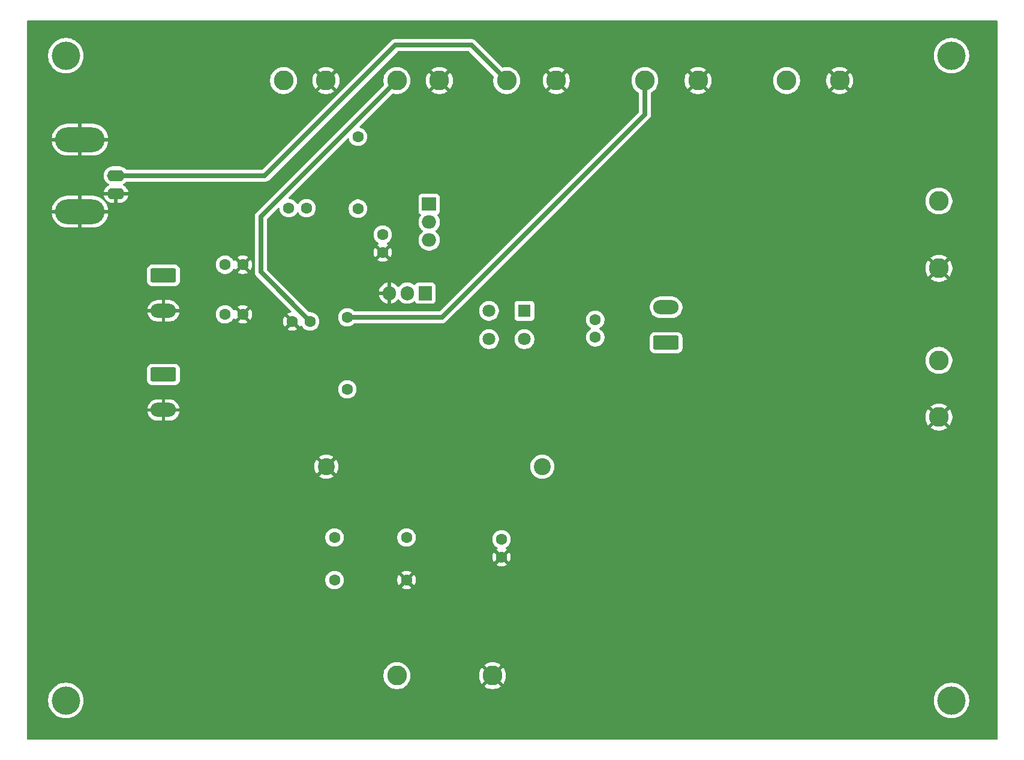
<source format=gbl>
%TF.GenerationSoftware,KiCad,Pcbnew,9.0.4*%
%TF.CreationDate,2025-10-17T10:30:08-05:00*%
%TF.ProjectId,Lab7_302,4c616237-5f33-4303-922e-6b696361645f,rev?*%
%TF.SameCoordinates,Original*%
%TF.FileFunction,Copper,L2,Bot*%
%TF.FilePolarity,Positive*%
%FSLAX46Y46*%
G04 Gerber Fmt 4.6, Leading zero omitted, Abs format (unit mm)*
G04 Created by KiCad (PCBNEW 9.0.4) date 2025-10-17 10:30:08*
%MOMM*%
%LPD*%
G01*
G04 APERTURE LIST*
G04 Aperture macros list*
%AMRoundRect*
0 Rectangle with rounded corners*
0 $1 Rounding radius*
0 $2 $3 $4 $5 $6 $7 $8 $9 X,Y pos of 4 corners*
0 Add a 4 corners polygon primitive as box body*
4,1,4,$2,$3,$4,$5,$6,$7,$8,$9,$2,$3,0*
0 Add four circle primitives for the rounded corners*
1,1,$1+$1,$2,$3*
1,1,$1+$1,$4,$5*
1,1,$1+$1,$6,$7*
1,1,$1+$1,$8,$9*
0 Add four rect primitives between the rounded corners*
20,1,$1+$1,$2,$3,$4,$5,0*
20,1,$1+$1,$4,$5,$6,$7,0*
20,1,$1+$1,$6,$7,$8,$9,0*
20,1,$1+$1,$8,$9,$2,$3,0*%
G04 Aperture macros list end*
%TA.AperFunction,ComponentPad*%
%ADD10C,2.800000*%
%TD*%
%TA.AperFunction,ComponentPad*%
%ADD11C,1.600000*%
%TD*%
%TA.AperFunction,ComponentPad*%
%ADD12R,1.905000X2.000000*%
%TD*%
%TA.AperFunction,ComponentPad*%
%ADD13O,1.905000X2.000000*%
%TD*%
%TA.AperFunction,ComponentPad*%
%ADD14RoundRect,0.250000X-1.550000X0.750000X-1.550000X-0.750000X1.550000X-0.750000X1.550000X0.750000X0*%
%TD*%
%TA.AperFunction,ComponentPad*%
%ADD15O,3.600000X2.000000*%
%TD*%
%TA.AperFunction,ComponentPad*%
%ADD16R,2.000000X1.905000*%
%TD*%
%TA.AperFunction,ComponentPad*%
%ADD17O,2.000000X1.905000*%
%TD*%
%TA.AperFunction,ComponentPad*%
%ADD18C,2.400000*%
%TD*%
%TA.AperFunction,ComponentPad*%
%ADD19R,1.800000X1.800000*%
%TD*%
%TA.AperFunction,ComponentPad*%
%ADD20C,1.800000*%
%TD*%
%TA.AperFunction,ComponentPad*%
%ADD21RoundRect,0.250000X1.550000X-0.750000X1.550000X0.750000X-1.550000X0.750000X-1.550000X-0.750000X0*%
%TD*%
%TA.AperFunction,ComponentPad*%
%ADD22O,2.500000X1.600000*%
%TD*%
%TA.AperFunction,ComponentPad*%
%ADD23O,7.000000X3.500000*%
%TD*%
%TA.AperFunction,ViaPad*%
%ADD24C,4.000000*%
%TD*%
%TA.AperFunction,Conductor*%
%ADD25C,0.700000*%
%TD*%
G04 APERTURE END LIST*
D10*
%TO.P,LOWDR_T4,1,1*%
%TO.N,LOWDR*%
X159222500Y-55500000D03*
%TD*%
%TO.P,Vin_T1,1,1*%
%TO.N,Vin+*%
X108222500Y-55500000D03*
%TD*%
D11*
%TO.P,C5,1*%
%TO.N,BOOT*%
X111472500Y-73500000D03*
%TO.P,C5,2*%
%TO.N,SW*%
X108972500Y-73500000D03*
%TD*%
D10*
%TO.P,10V_T2,1,1*%
%TO.N,10V*%
X124222500Y-55500000D03*
%TD*%
D11*
%TO.P,C3,1*%
%TO.N,GND*%
X109472500Y-89500000D03*
%TO.P,C3,2*%
%TO.N,10V*%
X111972500Y-89500000D03*
%TD*%
D10*
%TO.P,GND_T6,1,1*%
%TO.N,GND*%
X200722500Y-82000000D03*
%TD*%
%TO.P,Vout-_T7,1,1*%
%TO.N,Vout-*%
X200722500Y-95000000D03*
%TD*%
D11*
%TO.P,C2,1*%
%TO.N,Vout+*%
X152222500Y-91750000D03*
%TO.P,C2,2*%
%TO.N,Vout-*%
X152222500Y-89250000D03*
%TD*%
D12*
%TO.P,Q2,1,G*%
%TO.N,Net-(Q2-G)*%
X128222500Y-85500000D03*
D13*
%TO.P,Q2,2,D*%
%TO.N,SW*%
X125682500Y-85500000D03*
%TO.P,Q2,3,S*%
%TO.N,GND*%
X123142500Y-85500000D03*
%TD*%
D10*
%TO.P,OPAMP_OUT_T8,1,1*%
%TO.N,OPAMP_OUT*%
X124222500Y-139500000D03*
%TD*%
D14*
%TO.P,Vin1,1,Pin_1*%
%TO.N,Vin+*%
X91277500Y-83000000D03*
D15*
%TO.P,Vin1,2,Pin_2*%
%TO.N,GND*%
X91277500Y-88000000D03*
%TD*%
D16*
%TO.P,Q1,1,G*%
%TO.N,Net-(Q1-G)*%
X128772500Y-72960000D03*
D17*
%TO.P,Q1,2,D*%
%TO.N,Vin+*%
X128772500Y-75500000D03*
%TO.P,Q1,3,S*%
%TO.N,SW*%
X128772500Y-78040000D03*
%TD*%
D11*
%TO.P,C7,1*%
%TO.N,Vin+*%
X99972500Y-81500000D03*
%TO.P,C7,2*%
%TO.N,GND*%
X102472500Y-81500000D03*
%TD*%
D10*
%TO.P,PWN_T3,1,1*%
%TO.N,PWM*%
X139722500Y-55500000D03*
%TD*%
D11*
%TO.P,R4,1*%
%TO.N,Net-(Q1-G)*%
X118722500Y-73580000D03*
%TO.P,R4,2*%
%TO.N,HIGHDR*%
X118722500Y-63420000D03*
%TD*%
%TO.P,C4,1*%
%TO.N,10V*%
X139000000Y-120250000D03*
%TO.P,C4,2*%
%TO.N,GND*%
X139000000Y-122750000D03*
%TD*%
D18*
%TO.P,R1,1*%
%TO.N,GND*%
X114255000Y-110000000D03*
%TO.P,R1,2*%
%TO.N,Vout-*%
X144735000Y-110000000D03*
%TD*%
D10*
%TO.P,GND_T2,1,1*%
%TO.N,GND*%
X130222500Y-55500000D03*
%TD*%
%TO.P,GND_T8,1,1*%
%TO.N,GND*%
X137722500Y-139500000D03*
%TD*%
D19*
%TO.P,L1,1,1*%
%TO.N,unconnected-(L1-Pad1)*%
X142222500Y-88000000D03*
D20*
%TO.P,L1,2,2*%
%TO.N,SW*%
X137222500Y-88000000D03*
%TO.P,L1,3,3*%
%TO.N,Vout+*%
X142222500Y-92000000D03*
%TO.P,L1,4,4*%
%TO.N,unconnected-(L1-Pad4)*%
X137222500Y-92000000D03*
%TD*%
D11*
%TO.P,C6,1*%
%TO.N,Vin+*%
X99972500Y-88500000D03*
%TO.P,C6,2*%
%TO.N,GND*%
X102472500Y-88500000D03*
%TD*%
%TO.P,R2,1*%
%TO.N,GND*%
X125580000Y-126000000D03*
%TO.P,R2,2*%
%TO.N,Net-(U1A--)*%
X115420000Y-126000000D03*
%TD*%
D10*
%TO.P,GND_T3,1,1*%
%TO.N,GND*%
X146722500Y-55500000D03*
%TD*%
D21*
%TO.P,Vout1,1,Pin_1*%
%TO.N,Vout+*%
X162222500Y-92500000D03*
D15*
%TO.P,Vout1,2,Pin_2*%
%TO.N,Vout-*%
X162222500Y-87500000D03*
%TD*%
D11*
%TO.P,C1,1*%
%TO.N,Vin+*%
X122222500Y-77250000D03*
%TO.P,C1,2*%
%TO.N,GND*%
X122222500Y-79750000D03*
%TD*%
D10*
%TO.P,GND_T7,1,1*%
%TO.N,GND*%
X200722500Y-103000000D03*
%TD*%
%TO.P,GND_T4,1,1*%
%TO.N,GND*%
X166722500Y-55500000D03*
%TD*%
%TO.P,Vout+_T6,1,1*%
%TO.N,Vout+*%
X200722500Y-72500000D03*
%TD*%
%TO.P,LOW_Vds_T5,1,1*%
%TO.N,SW*%
X179222500Y-55500000D03*
%TD*%
%TO.P,GND_T5,1,1*%
%TO.N,GND*%
X186722500Y-55500000D03*
%TD*%
D11*
%TO.P,R3,1*%
%TO.N,Net-(U1A--)*%
X115420000Y-120000000D03*
%TO.P,R3,2*%
%TO.N,OPAMP_OUT*%
X125580000Y-120000000D03*
%TD*%
D14*
%TO.P,10VD1,1,Pin_1*%
%TO.N,10V*%
X91277500Y-97000000D03*
D15*
%TO.P,10VD1,2,Pin_2*%
%TO.N,GND*%
X91277500Y-102000000D03*
%TD*%
D22*
%TO.P,PWM1,1,In*%
%TO.N,PWM*%
X84580000Y-68920000D03*
D23*
%TO.P,PWM1,2,Ext*%
%TO.N,GND*%
X79500000Y-74000000D03*
D22*
X84580000Y-71460000D03*
D23*
X79500000Y-63840000D03*
%TD*%
D11*
%TO.P,R5,1*%
%TO.N,LOWDR*%
X117222500Y-88920000D03*
%TO.P,R5,2*%
%TO.N,Net-(Q2-G)*%
X117222500Y-99080000D03*
%TD*%
D10*
%TO.P,GND_T1,1,1*%
%TO.N,GND*%
X114222500Y-55500000D03*
%TD*%
D24*
%TO.N,*%
X77500000Y-52000000D03*
X202500000Y-52000000D03*
X77500000Y-143000000D03*
X202500000Y-143000000D03*
%TD*%
D25*
%TO.N,10V*%
X111972500Y-89500000D02*
X105000000Y-82527500D01*
X105000000Y-82527500D02*
X105000000Y-74722500D01*
X105000000Y-74722500D02*
X124222500Y-55500000D01*
%TO.N,LOWDR*%
X159222500Y-60277500D02*
X159222500Y-55500000D01*
X117222500Y-88920000D02*
X130580000Y-88920000D01*
X130580000Y-88920000D02*
X159222500Y-60277500D01*
%TO.N,PWM*%
X134722500Y-50500000D02*
X124000000Y-50500000D01*
X139722500Y-55500000D02*
X134722500Y-50500000D01*
X124000000Y-50500000D02*
X105580000Y-68920000D01*
X105580000Y-68920000D02*
X84580000Y-68920000D01*
%TD*%
%TA.AperFunction,Conductor*%
%TO.N,GND*%
G36*
X208942539Y-47020185D02*
G01*
X208988294Y-47072989D01*
X208999500Y-47124500D01*
X208999500Y-148375500D01*
X208979815Y-148442539D01*
X208927011Y-148488294D01*
X208875500Y-148499500D01*
X72124500Y-148499500D01*
X72057461Y-148479815D01*
X72011706Y-148427011D01*
X72000500Y-148375500D01*
X72000500Y-142859568D01*
X74999500Y-142859568D01*
X74999500Y-143140431D01*
X75030942Y-143419494D01*
X75030945Y-143419512D01*
X75093439Y-143693317D01*
X75093443Y-143693329D01*
X75186200Y-143958411D01*
X75308053Y-144211442D01*
X75308055Y-144211445D01*
X75457477Y-144449248D01*
X75632584Y-144668825D01*
X75831175Y-144867416D01*
X76050752Y-145042523D01*
X76288555Y-145191945D01*
X76541592Y-145313801D01*
X76740680Y-145383465D01*
X76806670Y-145406556D01*
X76806682Y-145406560D01*
X77080491Y-145469055D01*
X77080497Y-145469055D01*
X77080505Y-145469057D01*
X77266547Y-145490018D01*
X77359569Y-145500499D01*
X77359572Y-145500500D01*
X77359575Y-145500500D01*
X77640428Y-145500500D01*
X77640429Y-145500499D01*
X77783055Y-145484429D01*
X77919494Y-145469057D01*
X77919499Y-145469056D01*
X77919509Y-145469055D01*
X78193318Y-145406560D01*
X78458408Y-145313801D01*
X78711445Y-145191945D01*
X78949248Y-145042523D01*
X79168825Y-144867416D01*
X79367416Y-144668825D01*
X79542523Y-144449248D01*
X79691945Y-144211445D01*
X79813801Y-143958408D01*
X79906560Y-143693318D01*
X79969055Y-143419509D01*
X80000500Y-143140425D01*
X80000500Y-142859575D01*
X80000499Y-142859568D01*
X199999500Y-142859568D01*
X199999500Y-143140431D01*
X200030942Y-143419494D01*
X200030945Y-143419512D01*
X200093439Y-143693317D01*
X200093443Y-143693329D01*
X200186200Y-143958411D01*
X200308053Y-144211442D01*
X200308055Y-144211445D01*
X200457477Y-144449248D01*
X200632584Y-144668825D01*
X200831175Y-144867416D01*
X201050752Y-145042523D01*
X201288555Y-145191945D01*
X201541592Y-145313801D01*
X201740680Y-145383465D01*
X201806670Y-145406556D01*
X201806682Y-145406560D01*
X202080491Y-145469055D01*
X202080497Y-145469055D01*
X202080505Y-145469057D01*
X202266547Y-145490018D01*
X202359569Y-145500499D01*
X202359572Y-145500500D01*
X202359575Y-145500500D01*
X202640428Y-145500500D01*
X202640429Y-145500499D01*
X202783055Y-145484429D01*
X202919494Y-145469057D01*
X202919499Y-145469056D01*
X202919509Y-145469055D01*
X203193318Y-145406560D01*
X203458408Y-145313801D01*
X203711445Y-145191945D01*
X203949248Y-145042523D01*
X204168825Y-144867416D01*
X204367416Y-144668825D01*
X204542523Y-144449248D01*
X204691945Y-144211445D01*
X204813801Y-143958408D01*
X204906560Y-143693318D01*
X204969055Y-143419509D01*
X205000500Y-143140425D01*
X205000500Y-142859575D01*
X204969055Y-142580491D01*
X204906560Y-142306682D01*
X204813801Y-142041592D01*
X204691945Y-141788555D01*
X204542523Y-141550752D01*
X204367416Y-141331175D01*
X204168825Y-141132584D01*
X203949248Y-140957477D01*
X203711445Y-140808055D01*
X203711442Y-140808053D01*
X203458411Y-140686200D01*
X203193329Y-140593443D01*
X203193317Y-140593439D01*
X202919512Y-140530945D01*
X202919494Y-140530942D01*
X202640431Y-140499500D01*
X202640425Y-140499500D01*
X202359575Y-140499500D01*
X202359568Y-140499500D01*
X202080505Y-140530942D01*
X202080487Y-140530945D01*
X201806682Y-140593439D01*
X201806670Y-140593443D01*
X201541588Y-140686200D01*
X201288557Y-140808053D01*
X201050753Y-140957476D01*
X200831175Y-141132583D01*
X200632583Y-141331175D01*
X200457476Y-141550753D01*
X200308053Y-141788557D01*
X200186200Y-142041588D01*
X200093443Y-142306670D01*
X200093439Y-142306682D01*
X200030945Y-142580487D01*
X200030942Y-142580505D01*
X199999500Y-142859568D01*
X80000499Y-142859568D01*
X79969055Y-142580491D01*
X79906560Y-142306682D01*
X79813801Y-142041592D01*
X79691945Y-141788555D01*
X79542523Y-141550752D01*
X79367416Y-141331175D01*
X79168825Y-141132584D01*
X78949248Y-140957477D01*
X78711445Y-140808055D01*
X78711442Y-140808053D01*
X78458411Y-140686200D01*
X78193329Y-140593443D01*
X78193317Y-140593439D01*
X77919512Y-140530945D01*
X77919494Y-140530942D01*
X77640431Y-140499500D01*
X77640425Y-140499500D01*
X77359575Y-140499500D01*
X77359568Y-140499500D01*
X77080505Y-140530942D01*
X77080487Y-140530945D01*
X76806682Y-140593439D01*
X76806670Y-140593443D01*
X76541588Y-140686200D01*
X76288557Y-140808053D01*
X76050753Y-140957476D01*
X75831175Y-141132583D01*
X75632583Y-141331175D01*
X75457476Y-141550753D01*
X75308053Y-141788557D01*
X75186200Y-142041588D01*
X75093443Y-142306670D01*
X75093439Y-142306682D01*
X75030945Y-142580487D01*
X75030942Y-142580505D01*
X74999500Y-142859568D01*
X72000500Y-142859568D01*
X72000500Y-139375441D01*
X122322000Y-139375441D01*
X122322000Y-139624558D01*
X122322001Y-139624575D01*
X122354517Y-139871561D01*
X122418998Y-140112207D01*
X122514330Y-140342361D01*
X122514337Y-140342376D01*
X122638900Y-140558126D01*
X122790560Y-140755774D01*
X122790566Y-140755781D01*
X122966718Y-140931933D01*
X122966725Y-140931939D01*
X123164373Y-141083599D01*
X123380123Y-141208162D01*
X123380138Y-141208169D01*
X123479325Y-141249253D01*
X123610293Y-141303502D01*
X123850935Y-141367982D01*
X124097935Y-141400500D01*
X124097942Y-141400500D01*
X124347058Y-141400500D01*
X124347065Y-141400500D01*
X124594065Y-141367982D01*
X124834707Y-141303502D01*
X125064873Y-141208164D01*
X125280627Y-141083599D01*
X125478276Y-140931938D01*
X125478281Y-140931933D01*
X125537250Y-140872965D01*
X125654433Y-140755781D01*
X125654438Y-140755776D01*
X125806099Y-140558127D01*
X125930664Y-140342373D01*
X126026002Y-140112207D01*
X126090482Y-139871565D01*
X126123000Y-139624565D01*
X126123000Y-139375466D01*
X135822500Y-139375466D01*
X135822500Y-139624533D01*
X135855008Y-139871463D01*
X135919473Y-140112049D01*
X136014783Y-140342148D01*
X136014788Y-140342159D01*
X136139313Y-140557841D01*
X136139319Y-140557849D01*
X136213900Y-140655045D01*
X137006652Y-139862292D01*
X137013549Y-139878942D01*
X137101099Y-140009970D01*
X137212530Y-140121401D01*
X137343558Y-140208951D01*
X137360205Y-140215846D01*
X136567453Y-141008598D01*
X136664650Y-141083180D01*
X136664658Y-141083186D01*
X136880340Y-141207711D01*
X136880351Y-141207716D01*
X137110450Y-141303026D01*
X137351036Y-141367491D01*
X137597966Y-141400000D01*
X137847034Y-141400000D01*
X138093963Y-141367491D01*
X138334549Y-141303026D01*
X138564648Y-141207716D01*
X138564659Y-141207711D01*
X138780355Y-141083178D01*
X138877545Y-141008600D01*
X138877545Y-141008597D01*
X138084794Y-140215846D01*
X138101442Y-140208951D01*
X138232470Y-140121401D01*
X138343901Y-140009970D01*
X138431451Y-139878942D01*
X138438346Y-139862294D01*
X139231097Y-140655045D01*
X139231100Y-140655045D01*
X139305678Y-140557855D01*
X139430211Y-140342159D01*
X139430216Y-140342148D01*
X139525526Y-140112049D01*
X139589991Y-139871463D01*
X139622500Y-139624533D01*
X139622500Y-139375466D01*
X139589991Y-139128536D01*
X139525526Y-138887950D01*
X139430216Y-138657851D01*
X139430211Y-138657840D01*
X139305686Y-138442158D01*
X139305680Y-138442150D01*
X139231098Y-138344953D01*
X138438346Y-139137705D01*
X138431451Y-139121058D01*
X138343901Y-138990030D01*
X138232470Y-138878599D01*
X138101442Y-138791049D01*
X138084792Y-138784152D01*
X138877545Y-137991400D01*
X138780349Y-137916819D01*
X138780341Y-137916813D01*
X138564659Y-137792288D01*
X138564648Y-137792283D01*
X138334549Y-137696973D01*
X138093963Y-137632508D01*
X137847034Y-137600000D01*
X137597966Y-137600000D01*
X137351036Y-137632508D01*
X137110450Y-137696973D01*
X136880351Y-137792283D01*
X136880347Y-137792285D01*
X136664643Y-137916823D01*
X136567453Y-137991399D01*
X136567453Y-137991400D01*
X137360206Y-138784153D01*
X137343558Y-138791049D01*
X137212530Y-138878599D01*
X137101099Y-138990030D01*
X137013549Y-139121058D01*
X137006653Y-139137706D01*
X136213900Y-138344953D01*
X136213899Y-138344953D01*
X136139323Y-138442143D01*
X136014785Y-138657847D01*
X136014783Y-138657851D01*
X135919473Y-138887950D01*
X135855008Y-139128536D01*
X135822500Y-139375466D01*
X126123000Y-139375466D01*
X126123000Y-139375435D01*
X126090482Y-139128435D01*
X126026002Y-138887793D01*
X125960950Y-138730743D01*
X125930669Y-138657638D01*
X125930662Y-138657623D01*
X125806099Y-138441873D01*
X125654439Y-138244225D01*
X125654433Y-138244218D01*
X125478281Y-138068066D01*
X125478274Y-138068060D01*
X125280626Y-137916400D01*
X125064876Y-137791837D01*
X125064861Y-137791830D01*
X124834707Y-137696498D01*
X124594065Y-137632018D01*
X124594064Y-137632017D01*
X124594061Y-137632017D01*
X124347075Y-137599501D01*
X124347070Y-137599500D01*
X124347065Y-137599500D01*
X124097935Y-137599500D01*
X124097929Y-137599500D01*
X124097924Y-137599501D01*
X123850938Y-137632017D01*
X123610292Y-137696498D01*
X123380138Y-137791830D01*
X123380123Y-137791837D01*
X123164373Y-137916400D01*
X122966725Y-138068060D01*
X122966718Y-138068066D01*
X122790566Y-138244218D01*
X122790560Y-138244225D01*
X122638900Y-138441873D01*
X122514337Y-138657623D01*
X122514330Y-138657638D01*
X122418998Y-138887792D01*
X122354517Y-139128438D01*
X122322001Y-139375424D01*
X122322000Y-139375441D01*
X72000500Y-139375441D01*
X72000500Y-125897648D01*
X114119500Y-125897648D01*
X114119500Y-126102351D01*
X114151522Y-126304534D01*
X114214781Y-126499223D01*
X114278691Y-126624653D01*
X114307585Y-126681359D01*
X114307715Y-126681613D01*
X114428028Y-126847213D01*
X114572786Y-126991971D01*
X114693226Y-127079474D01*
X114738390Y-127112287D01*
X114854607Y-127171503D01*
X114920776Y-127205218D01*
X114920778Y-127205218D01*
X114920781Y-127205220D01*
X115025137Y-127239127D01*
X115115465Y-127268477D01*
X115216557Y-127284488D01*
X115317648Y-127300500D01*
X115317649Y-127300500D01*
X115522351Y-127300500D01*
X115522352Y-127300500D01*
X115724534Y-127268477D01*
X115919219Y-127205220D01*
X116101610Y-127112287D01*
X116194590Y-127044732D01*
X116267213Y-126991971D01*
X116267215Y-126991968D01*
X116267219Y-126991966D01*
X116411966Y-126847219D01*
X116411968Y-126847215D01*
X116411971Y-126847213D01*
X116464732Y-126774590D01*
X116532287Y-126681610D01*
X116625220Y-126499219D01*
X116688477Y-126304534D01*
X116720500Y-126102352D01*
X116720500Y-125897682D01*
X124280000Y-125897682D01*
X124280000Y-126102317D01*
X124312009Y-126304417D01*
X124375244Y-126499031D01*
X124468141Y-126681350D01*
X124468147Y-126681359D01*
X124500523Y-126725921D01*
X124500524Y-126725922D01*
X125180000Y-126046446D01*
X125180000Y-126052661D01*
X125207259Y-126154394D01*
X125259920Y-126245606D01*
X125334394Y-126320080D01*
X125425606Y-126372741D01*
X125527339Y-126400000D01*
X125533553Y-126400000D01*
X124854076Y-127079474D01*
X124898650Y-127111859D01*
X125080968Y-127204755D01*
X125275582Y-127267990D01*
X125477683Y-127300000D01*
X125682317Y-127300000D01*
X125884417Y-127267990D01*
X126079031Y-127204755D01*
X126261349Y-127111859D01*
X126305921Y-127079474D01*
X125626447Y-126400000D01*
X125632661Y-126400000D01*
X125734394Y-126372741D01*
X125825606Y-126320080D01*
X125900080Y-126245606D01*
X125952741Y-126154394D01*
X125980000Y-126052661D01*
X125980000Y-126046447D01*
X126659474Y-126725921D01*
X126691859Y-126681349D01*
X126784755Y-126499031D01*
X126847990Y-126304417D01*
X126880000Y-126102317D01*
X126880000Y-125897682D01*
X126847990Y-125695582D01*
X126784755Y-125500968D01*
X126691859Y-125318650D01*
X126659474Y-125274077D01*
X126659474Y-125274076D01*
X125980000Y-125953551D01*
X125980000Y-125947339D01*
X125952741Y-125845606D01*
X125900080Y-125754394D01*
X125825606Y-125679920D01*
X125734394Y-125627259D01*
X125632661Y-125600000D01*
X125626446Y-125600000D01*
X126305922Y-124920524D01*
X126305921Y-124920523D01*
X126261359Y-124888147D01*
X126261350Y-124888141D01*
X126079031Y-124795244D01*
X125884417Y-124732009D01*
X125682317Y-124700000D01*
X125477683Y-124700000D01*
X125275582Y-124732009D01*
X125080968Y-124795244D01*
X124898644Y-124888143D01*
X124854077Y-124920523D01*
X124854077Y-124920524D01*
X125533554Y-125600000D01*
X125527339Y-125600000D01*
X125425606Y-125627259D01*
X125334394Y-125679920D01*
X125259920Y-125754394D01*
X125207259Y-125845606D01*
X125180000Y-125947339D01*
X125180000Y-125953553D01*
X124500524Y-125274077D01*
X124500523Y-125274077D01*
X124468143Y-125318644D01*
X124375244Y-125500968D01*
X124312009Y-125695582D01*
X124280000Y-125897682D01*
X116720500Y-125897682D01*
X116720500Y-125897648D01*
X116712257Y-125845606D01*
X116688477Y-125695465D01*
X116657458Y-125600000D01*
X116625220Y-125500781D01*
X116625218Y-125500778D01*
X116625218Y-125500776D01*
X116532419Y-125318650D01*
X116532287Y-125318390D01*
X116500092Y-125274077D01*
X116411971Y-125152786D01*
X116267213Y-125008028D01*
X116101613Y-124887715D01*
X116101612Y-124887714D01*
X116101610Y-124887713D01*
X116044653Y-124858691D01*
X115919223Y-124794781D01*
X115724534Y-124731522D01*
X115549995Y-124703878D01*
X115522352Y-124699500D01*
X115317648Y-124699500D01*
X115293329Y-124703351D01*
X115115465Y-124731522D01*
X114920776Y-124794781D01*
X114738386Y-124887715D01*
X114572786Y-125008028D01*
X114428028Y-125152786D01*
X114307715Y-125318386D01*
X114214781Y-125500776D01*
X114151522Y-125695465D01*
X114119500Y-125897648D01*
X72000500Y-125897648D01*
X72000500Y-119897648D01*
X114119500Y-119897648D01*
X114119500Y-120102351D01*
X114151522Y-120304534D01*
X114214781Y-120499223D01*
X114307715Y-120681613D01*
X114428028Y-120847213D01*
X114572786Y-120991971D01*
X114727749Y-121104556D01*
X114738390Y-121112287D01*
X114854607Y-121171503D01*
X114920776Y-121205218D01*
X114920778Y-121205218D01*
X114920781Y-121205220D01*
X115025137Y-121239127D01*
X115115465Y-121268477D01*
X115216557Y-121284488D01*
X115317648Y-121300500D01*
X115317649Y-121300500D01*
X115522351Y-121300500D01*
X115522352Y-121300500D01*
X115724534Y-121268477D01*
X115919219Y-121205220D01*
X116101610Y-121112287D01*
X116194590Y-121044732D01*
X116267213Y-120991971D01*
X116267215Y-120991968D01*
X116267219Y-120991966D01*
X116411966Y-120847219D01*
X116411968Y-120847215D01*
X116411971Y-120847213D01*
X116464732Y-120774590D01*
X116532287Y-120681610D01*
X116625220Y-120499219D01*
X116688477Y-120304534D01*
X116720500Y-120102352D01*
X116720500Y-119897648D01*
X124279500Y-119897648D01*
X124279500Y-120102351D01*
X124311522Y-120304534D01*
X124374781Y-120499223D01*
X124467715Y-120681613D01*
X124588028Y-120847213D01*
X124732786Y-120991971D01*
X124887749Y-121104556D01*
X124898390Y-121112287D01*
X125014607Y-121171503D01*
X125080776Y-121205218D01*
X125080778Y-121205218D01*
X125080781Y-121205220D01*
X125185137Y-121239127D01*
X125275465Y-121268477D01*
X125376557Y-121284488D01*
X125477648Y-121300500D01*
X125477649Y-121300500D01*
X125682351Y-121300500D01*
X125682352Y-121300500D01*
X125884534Y-121268477D01*
X126079219Y-121205220D01*
X126261610Y-121112287D01*
X126354590Y-121044732D01*
X126427213Y-120991971D01*
X126427215Y-120991968D01*
X126427219Y-120991966D01*
X126571966Y-120847219D01*
X126571968Y-120847215D01*
X126571971Y-120847213D01*
X126624732Y-120774590D01*
X126692287Y-120681610D01*
X126785220Y-120499219D01*
X126848477Y-120304534D01*
X126873326Y-120147648D01*
X137699500Y-120147648D01*
X137699500Y-120352351D01*
X137731522Y-120554534D01*
X137794781Y-120749223D01*
X137887715Y-120931613D01*
X138008028Y-121097213D01*
X138152786Y-121241971D01*
X138318385Y-121362284D01*
X138318387Y-121362285D01*
X138318390Y-121362287D01*
X138372378Y-121389795D01*
X138423174Y-121437769D01*
X138439969Y-121505590D01*
X138417432Y-121571725D01*
X138372378Y-121610765D01*
X138318644Y-121638143D01*
X138274077Y-121670523D01*
X138274077Y-121670524D01*
X138953554Y-122350000D01*
X138947339Y-122350000D01*
X138845606Y-122377259D01*
X138754394Y-122429920D01*
X138679920Y-122504394D01*
X138627259Y-122595606D01*
X138600000Y-122697339D01*
X138600000Y-122703553D01*
X137920524Y-122024077D01*
X137920523Y-122024077D01*
X137888143Y-122068644D01*
X137795244Y-122250968D01*
X137732009Y-122445582D01*
X137700000Y-122647682D01*
X137700000Y-122852317D01*
X137732009Y-123054417D01*
X137795244Y-123249031D01*
X137888141Y-123431350D01*
X137888147Y-123431359D01*
X137920523Y-123475921D01*
X137920524Y-123475922D01*
X138600000Y-122796446D01*
X138600000Y-122802661D01*
X138627259Y-122904394D01*
X138679920Y-122995606D01*
X138754394Y-123070080D01*
X138845606Y-123122741D01*
X138947339Y-123150000D01*
X138953553Y-123150000D01*
X138274076Y-123829474D01*
X138318650Y-123861859D01*
X138500968Y-123954755D01*
X138695582Y-124017990D01*
X138897683Y-124050000D01*
X139102317Y-124050000D01*
X139304417Y-124017990D01*
X139499031Y-123954755D01*
X139681349Y-123861859D01*
X139725921Y-123829474D01*
X139046447Y-123150000D01*
X139052661Y-123150000D01*
X139154394Y-123122741D01*
X139245606Y-123070080D01*
X139320080Y-122995606D01*
X139372741Y-122904394D01*
X139400000Y-122802661D01*
X139400000Y-122796448D01*
X140079474Y-123475922D01*
X140079474Y-123475921D01*
X140111859Y-123431349D01*
X140204755Y-123249031D01*
X140267990Y-123054417D01*
X140300000Y-122852317D01*
X140300000Y-122647682D01*
X140267990Y-122445582D01*
X140204755Y-122250968D01*
X140111859Y-122068650D01*
X140079474Y-122024077D01*
X140079474Y-122024076D01*
X139400000Y-122703551D01*
X139400000Y-122697339D01*
X139372741Y-122595606D01*
X139320080Y-122504394D01*
X139245606Y-122429920D01*
X139154394Y-122377259D01*
X139052661Y-122350000D01*
X139046446Y-122350000D01*
X139725922Y-121670524D01*
X139725921Y-121670523D01*
X139681359Y-121638147D01*
X139681350Y-121638141D01*
X139627621Y-121610765D01*
X139576825Y-121562791D01*
X139560030Y-121494970D01*
X139582567Y-121428835D01*
X139627621Y-121389795D01*
X139681610Y-121362287D01*
X139766653Y-121300500D01*
X139847213Y-121241971D01*
X139847215Y-121241968D01*
X139847219Y-121241966D01*
X139991966Y-121097219D01*
X139991968Y-121097215D01*
X139991971Y-121097213D01*
X140044732Y-121024590D01*
X140112287Y-120931610D01*
X140205220Y-120749219D01*
X140268477Y-120554534D01*
X140300500Y-120352352D01*
X140300500Y-120147648D01*
X140268477Y-119945466D01*
X140205220Y-119750781D01*
X140205218Y-119750778D01*
X140205218Y-119750776D01*
X140171503Y-119684607D01*
X140112287Y-119568390D01*
X140063163Y-119500776D01*
X139991971Y-119402786D01*
X139847213Y-119258028D01*
X139681613Y-119137715D01*
X139681612Y-119137714D01*
X139681610Y-119137713D01*
X139624653Y-119108691D01*
X139499223Y-119044781D01*
X139304534Y-118981522D01*
X139129995Y-118953878D01*
X139102352Y-118949500D01*
X138897648Y-118949500D01*
X138873329Y-118953351D01*
X138695465Y-118981522D01*
X138500776Y-119044781D01*
X138318386Y-119137715D01*
X138152786Y-119258028D01*
X138008028Y-119402786D01*
X137887715Y-119568386D01*
X137794781Y-119750776D01*
X137731522Y-119945465D01*
X137699500Y-120147648D01*
X126873326Y-120147648D01*
X126880500Y-120102352D01*
X126880500Y-119897648D01*
X126848477Y-119695466D01*
X126785220Y-119500781D01*
X126785218Y-119500778D01*
X126785218Y-119500776D01*
X126735286Y-119402781D01*
X126692287Y-119318390D01*
X126684556Y-119307749D01*
X126571971Y-119152786D01*
X126427213Y-119008028D01*
X126261613Y-118887715D01*
X126261612Y-118887714D01*
X126261610Y-118887713D01*
X126204653Y-118858691D01*
X126079223Y-118794781D01*
X125884534Y-118731522D01*
X125709995Y-118703878D01*
X125682352Y-118699500D01*
X125477648Y-118699500D01*
X125453329Y-118703351D01*
X125275465Y-118731522D01*
X125080776Y-118794781D01*
X124898386Y-118887715D01*
X124732786Y-119008028D01*
X124588028Y-119152786D01*
X124467715Y-119318386D01*
X124374781Y-119500776D01*
X124311522Y-119695465D01*
X124279500Y-119897648D01*
X116720500Y-119897648D01*
X116688477Y-119695466D01*
X116625220Y-119500781D01*
X116625218Y-119500778D01*
X116625218Y-119500776D01*
X116575286Y-119402781D01*
X116532287Y-119318390D01*
X116524556Y-119307749D01*
X116411971Y-119152786D01*
X116267213Y-119008028D01*
X116101613Y-118887715D01*
X116101612Y-118887714D01*
X116101610Y-118887713D01*
X116044653Y-118858691D01*
X115919223Y-118794781D01*
X115724534Y-118731522D01*
X115549995Y-118703878D01*
X115522352Y-118699500D01*
X115317648Y-118699500D01*
X115293329Y-118703351D01*
X115115465Y-118731522D01*
X114920776Y-118794781D01*
X114738386Y-118887715D01*
X114572786Y-119008028D01*
X114428028Y-119152786D01*
X114307715Y-119318386D01*
X114214781Y-119500776D01*
X114151522Y-119695465D01*
X114119500Y-119897648D01*
X72000500Y-119897648D01*
X72000500Y-109888575D01*
X112555000Y-109888575D01*
X112555000Y-110111424D01*
X112584085Y-110332354D01*
X112584088Y-110332367D01*
X112641763Y-110547618D01*
X112727045Y-110753502D01*
X112727054Y-110753520D01*
X112838464Y-110946491D01*
X112838473Y-110946504D01*
X112889040Y-111012403D01*
X112889043Y-111012403D01*
X113690387Y-110211059D01*
X113695889Y-110231591D01*
X113774881Y-110368408D01*
X113886592Y-110480119D01*
X114023409Y-110559111D01*
X114043940Y-110564612D01*
X113242595Y-111365955D01*
X113242595Y-111365956D01*
X113308507Y-111416533D01*
X113501485Y-111527949D01*
X113501497Y-111527954D01*
X113707381Y-111613236D01*
X113922632Y-111670911D01*
X113922645Y-111670914D01*
X114143575Y-111700000D01*
X114366425Y-111700000D01*
X114587354Y-111670914D01*
X114587367Y-111670911D01*
X114802618Y-111613236D01*
X115008502Y-111527954D01*
X115008514Y-111527949D01*
X115201498Y-111416530D01*
X115267403Y-111365957D01*
X115267404Y-111365956D01*
X114466059Y-110564612D01*
X114486591Y-110559111D01*
X114623408Y-110480119D01*
X114735119Y-110368408D01*
X114814111Y-110231591D01*
X114819612Y-110211059D01*
X115620956Y-111012404D01*
X115620957Y-111012403D01*
X115671530Y-110946498D01*
X115782949Y-110753514D01*
X115782954Y-110753502D01*
X115868236Y-110547618D01*
X115925911Y-110332367D01*
X115925914Y-110332354D01*
X115955000Y-110111424D01*
X115955000Y-109888575D01*
X115954997Y-109888549D01*
X143034500Y-109888549D01*
X143034500Y-110111450D01*
X143034501Y-110111466D01*
X143063594Y-110332452D01*
X143063595Y-110332457D01*
X143063596Y-110332463D01*
X143121290Y-110547780D01*
X143121293Y-110547790D01*
X143206593Y-110753722D01*
X143206595Y-110753726D01*
X143318052Y-110946774D01*
X143318057Y-110946780D01*
X143318058Y-110946782D01*
X143453751Y-111123622D01*
X143453757Y-111123629D01*
X143611370Y-111281242D01*
X143611376Y-111281247D01*
X143788226Y-111416948D01*
X143981274Y-111528405D01*
X144111140Y-111582197D01*
X144186074Y-111613236D01*
X144187219Y-111613710D01*
X144402537Y-111671404D01*
X144623543Y-111700500D01*
X144623550Y-111700500D01*
X144846450Y-111700500D01*
X144846457Y-111700500D01*
X145067463Y-111671404D01*
X145282781Y-111613710D01*
X145488726Y-111528405D01*
X145681774Y-111416948D01*
X145858624Y-111281247D01*
X146016247Y-111123624D01*
X146151948Y-110946774D01*
X146263405Y-110753726D01*
X146348710Y-110547781D01*
X146406404Y-110332463D01*
X146435500Y-110111457D01*
X146435500Y-109888543D01*
X146406404Y-109667537D01*
X146348710Y-109452219D01*
X146263405Y-109246274D01*
X146151948Y-109053226D01*
X146016247Y-108876376D01*
X146016242Y-108876370D01*
X145858629Y-108718757D01*
X145858622Y-108718751D01*
X145681782Y-108583058D01*
X145681780Y-108583057D01*
X145681774Y-108583052D01*
X145488726Y-108471595D01*
X145488722Y-108471593D01*
X145282790Y-108386293D01*
X145282783Y-108386291D01*
X145282781Y-108386290D01*
X145067463Y-108328596D01*
X145067457Y-108328595D01*
X145067452Y-108328594D01*
X144846466Y-108299501D01*
X144846463Y-108299500D01*
X144846457Y-108299500D01*
X144623543Y-108299500D01*
X144623537Y-108299500D01*
X144623533Y-108299501D01*
X144402547Y-108328594D01*
X144402540Y-108328595D01*
X144402537Y-108328596D01*
X144187219Y-108386290D01*
X144187209Y-108386293D01*
X143981277Y-108471593D01*
X143981273Y-108471595D01*
X143788226Y-108583052D01*
X143788217Y-108583058D01*
X143611377Y-108718751D01*
X143611370Y-108718757D01*
X143453757Y-108876370D01*
X143453751Y-108876377D01*
X143318058Y-109053217D01*
X143318052Y-109053226D01*
X143206595Y-109246273D01*
X143206593Y-109246277D01*
X143121293Y-109452209D01*
X143121290Y-109452219D01*
X143073228Y-109631592D01*
X143063597Y-109667534D01*
X143063594Y-109667547D01*
X143034501Y-109888533D01*
X143034500Y-109888549D01*
X115954997Y-109888549D01*
X115925914Y-109667645D01*
X115925911Y-109667632D01*
X115868236Y-109452381D01*
X115782954Y-109246497D01*
X115782949Y-109246485D01*
X115671533Y-109053507D01*
X115620956Y-108987595D01*
X115620955Y-108987595D01*
X114819612Y-109788939D01*
X114814111Y-109768409D01*
X114735119Y-109631592D01*
X114623408Y-109519881D01*
X114486591Y-109440889D01*
X114466058Y-109435387D01*
X115267403Y-108634043D01*
X115267403Y-108634040D01*
X115201504Y-108583473D01*
X115201491Y-108583464D01*
X115008520Y-108472054D01*
X115008502Y-108472045D01*
X114802618Y-108386763D01*
X114587367Y-108329088D01*
X114587354Y-108329085D01*
X114366425Y-108300000D01*
X114143575Y-108300000D01*
X113922645Y-108329085D01*
X113922632Y-108329088D01*
X113707381Y-108386763D01*
X113501497Y-108472045D01*
X113501479Y-108472054D01*
X113308511Y-108583462D01*
X113242595Y-108634042D01*
X114043941Y-109435387D01*
X114023409Y-109440889D01*
X113886592Y-109519881D01*
X113774881Y-109631592D01*
X113695889Y-109768409D01*
X113690387Y-109788940D01*
X112889042Y-108987595D01*
X112838462Y-109053511D01*
X112727054Y-109246479D01*
X112727045Y-109246497D01*
X112641763Y-109452381D01*
X112584088Y-109667632D01*
X112584085Y-109667645D01*
X112555000Y-109888575D01*
X72000500Y-109888575D01*
X72000500Y-101750000D01*
X88998398Y-101750000D01*
X90623379Y-101750000D01*
X90604401Y-101795818D01*
X90577500Y-101931056D01*
X90577500Y-102068944D01*
X90604401Y-102204182D01*
X90623379Y-102250000D01*
X88998398Y-102250000D01*
X89014434Y-102351247D01*
X89087397Y-102575802D01*
X89194585Y-102786171D01*
X89333366Y-102977186D01*
X89500313Y-103144133D01*
X89691328Y-103282914D01*
X89901697Y-103390102D01*
X90126252Y-103463065D01*
X90126251Y-103463065D01*
X90359448Y-103500000D01*
X91027500Y-103500000D01*
X91027500Y-102654120D01*
X91073318Y-102673099D01*
X91208556Y-102700000D01*
X91346444Y-102700000D01*
X91481682Y-102673099D01*
X91527500Y-102654120D01*
X91527500Y-103500000D01*
X92195552Y-103500000D01*
X92428747Y-103463065D01*
X92653302Y-103390102D01*
X92863671Y-103282914D01*
X93054686Y-103144133D01*
X93221633Y-102977186D01*
X93221638Y-102977180D01*
X93295538Y-102875466D01*
X198822500Y-102875466D01*
X198822500Y-103124533D01*
X198855008Y-103371463D01*
X198919473Y-103612049D01*
X199014783Y-103842148D01*
X199014788Y-103842159D01*
X199139313Y-104057841D01*
X199139319Y-104057849D01*
X199213900Y-104155045D01*
X200006652Y-103362292D01*
X200013549Y-103378942D01*
X200101099Y-103509970D01*
X200212530Y-103621401D01*
X200343558Y-103708951D01*
X200360205Y-103715846D01*
X199567453Y-104508598D01*
X199664650Y-104583180D01*
X199664658Y-104583186D01*
X199880340Y-104707711D01*
X199880351Y-104707716D01*
X200110450Y-104803026D01*
X200351036Y-104867491D01*
X200597966Y-104900000D01*
X200847034Y-104900000D01*
X201093963Y-104867491D01*
X201334549Y-104803026D01*
X201564648Y-104707716D01*
X201564659Y-104707711D01*
X201780355Y-104583178D01*
X201877545Y-104508600D01*
X201877545Y-104508597D01*
X201084794Y-103715846D01*
X201101442Y-103708951D01*
X201232470Y-103621401D01*
X201343901Y-103509970D01*
X201431451Y-103378942D01*
X201438346Y-103362294D01*
X202231097Y-104155045D01*
X202231100Y-104155045D01*
X202305678Y-104057855D01*
X202430211Y-103842159D01*
X202430216Y-103842148D01*
X202525526Y-103612049D01*
X202589991Y-103371463D01*
X202622500Y-103124533D01*
X202622500Y-102875466D01*
X202589991Y-102628536D01*
X202525526Y-102387950D01*
X202430216Y-102157851D01*
X202430211Y-102157840D01*
X202305686Y-101942158D01*
X202305680Y-101942150D01*
X202231098Y-101844953D01*
X201438346Y-102637705D01*
X201431451Y-102621058D01*
X201343901Y-102490030D01*
X201232470Y-102378599D01*
X201101442Y-102291049D01*
X201084792Y-102284152D01*
X201877545Y-101491400D01*
X201780349Y-101416819D01*
X201780341Y-101416813D01*
X201564659Y-101292288D01*
X201564648Y-101292283D01*
X201334549Y-101196973D01*
X201093963Y-101132508D01*
X200847034Y-101100000D01*
X200597966Y-101100000D01*
X200351036Y-101132508D01*
X200110450Y-101196973D01*
X199880351Y-101292283D01*
X199880347Y-101292285D01*
X199664643Y-101416823D01*
X199567453Y-101491399D01*
X199567453Y-101491400D01*
X200360206Y-102284153D01*
X200343558Y-102291049D01*
X200212530Y-102378599D01*
X200101099Y-102490030D01*
X200013549Y-102621058D01*
X200006653Y-102637706D01*
X199213900Y-101844953D01*
X199213899Y-101844953D01*
X199139323Y-101942143D01*
X199014785Y-102157847D01*
X199014783Y-102157851D01*
X198919473Y-102387950D01*
X198855008Y-102628536D01*
X198822500Y-102875466D01*
X93295538Y-102875466D01*
X93351441Y-102798523D01*
X93351441Y-102798522D01*
X93351442Y-102798521D01*
X93360414Y-102786172D01*
X93467602Y-102575802D01*
X93540565Y-102351247D01*
X93556602Y-102250000D01*
X91931621Y-102250000D01*
X91950599Y-102204182D01*
X91977500Y-102068944D01*
X91977500Y-101931056D01*
X91950599Y-101795818D01*
X91931621Y-101750000D01*
X93556602Y-101750000D01*
X93540565Y-101648752D01*
X93540565Y-101648751D01*
X93517470Y-101577671D01*
X93467602Y-101424197D01*
X93360414Y-101213828D01*
X93221633Y-101022813D01*
X93054686Y-100855866D01*
X92863671Y-100717085D01*
X92653302Y-100609897D01*
X92428747Y-100536934D01*
X92428748Y-100536934D01*
X92195552Y-100500000D01*
X91527500Y-100500000D01*
X91527500Y-101345879D01*
X91481682Y-101326901D01*
X91346444Y-101300000D01*
X91208556Y-101300000D01*
X91073318Y-101326901D01*
X91027500Y-101345879D01*
X91027500Y-100500000D01*
X90359448Y-100500000D01*
X90126252Y-100536934D01*
X89901697Y-100609897D01*
X89691328Y-100717085D01*
X89500313Y-100855866D01*
X89333366Y-101022813D01*
X89194585Y-101213828D01*
X89087397Y-101424197D01*
X89014434Y-101648752D01*
X88998398Y-101750000D01*
X72000500Y-101750000D01*
X72000500Y-98977648D01*
X115922000Y-98977648D01*
X115922000Y-99182351D01*
X115954022Y-99384534D01*
X116017281Y-99579223D01*
X116110215Y-99761613D01*
X116230528Y-99927213D01*
X116375286Y-100071971D01*
X116530249Y-100184556D01*
X116540890Y-100192287D01*
X116657107Y-100251503D01*
X116723276Y-100285218D01*
X116723278Y-100285218D01*
X116723281Y-100285220D01*
X116827637Y-100319127D01*
X116917965Y-100348477D01*
X117019057Y-100364488D01*
X117120148Y-100380500D01*
X117120149Y-100380500D01*
X117324851Y-100380500D01*
X117324852Y-100380500D01*
X117527034Y-100348477D01*
X117721719Y-100285220D01*
X117904110Y-100192287D01*
X117997090Y-100124732D01*
X118069713Y-100071971D01*
X118069715Y-100071968D01*
X118069719Y-100071966D01*
X118214466Y-99927219D01*
X118214468Y-99927215D01*
X118214471Y-99927213D01*
X118267232Y-99854590D01*
X118334787Y-99761610D01*
X118427720Y-99579219D01*
X118490977Y-99384534D01*
X118523000Y-99182352D01*
X118523000Y-98977648D01*
X118490977Y-98775466D01*
X118427720Y-98580781D01*
X118427718Y-98580778D01*
X118427718Y-98580776D01*
X118381464Y-98489999D01*
X118334787Y-98398390D01*
X118294335Y-98342712D01*
X118214471Y-98232786D01*
X118069713Y-98088028D01*
X117904113Y-97967715D01*
X117904112Y-97967714D01*
X117904110Y-97967713D01*
X117847153Y-97938691D01*
X117721723Y-97874781D01*
X117527034Y-97811522D01*
X117352495Y-97783878D01*
X117324852Y-97779500D01*
X117120148Y-97779500D01*
X117095829Y-97783351D01*
X116917965Y-97811522D01*
X116723276Y-97874781D01*
X116540886Y-97967715D01*
X116375286Y-98088028D01*
X116230528Y-98232786D01*
X116110215Y-98398386D01*
X116017281Y-98580776D01*
X115954022Y-98775465D01*
X115922000Y-98977648D01*
X72000500Y-98977648D01*
X72000500Y-96199983D01*
X88977000Y-96199983D01*
X88977000Y-97800001D01*
X88977001Y-97800018D01*
X88987500Y-97902796D01*
X88987501Y-97902799D01*
X89042685Y-98069331D01*
X89042686Y-98069334D01*
X89134788Y-98218656D01*
X89258844Y-98342712D01*
X89408166Y-98434814D01*
X89574703Y-98489999D01*
X89677491Y-98500500D01*
X92877508Y-98500499D01*
X92980297Y-98489999D01*
X93146834Y-98434814D01*
X93296156Y-98342712D01*
X93420212Y-98218656D01*
X93512314Y-98069334D01*
X93567499Y-97902797D01*
X93578000Y-97800009D01*
X93577999Y-96199992D01*
X93567499Y-96097203D01*
X93512314Y-95930666D01*
X93420212Y-95781344D01*
X93296156Y-95657288D01*
X93146834Y-95565186D01*
X92980297Y-95510001D01*
X92980295Y-95510000D01*
X92877510Y-95499500D01*
X89677498Y-95499500D01*
X89677481Y-95499501D01*
X89574703Y-95510000D01*
X89574700Y-95510001D01*
X89408168Y-95565185D01*
X89408163Y-95565187D01*
X89258842Y-95657289D01*
X89134789Y-95781342D01*
X89042687Y-95930663D01*
X89042686Y-95930666D01*
X88987501Y-96097203D01*
X88987501Y-96097204D01*
X88987500Y-96097204D01*
X88977000Y-96199983D01*
X72000500Y-96199983D01*
X72000500Y-94875441D01*
X198822000Y-94875441D01*
X198822000Y-95124558D01*
X198822001Y-95124575D01*
X198854517Y-95371561D01*
X198918998Y-95612207D01*
X199014330Y-95842361D01*
X199014337Y-95842376D01*
X199138900Y-96058126D01*
X199290560Y-96255774D01*
X199290566Y-96255781D01*
X199466718Y-96431933D01*
X199466725Y-96431939D01*
X199664373Y-96583599D01*
X199880123Y-96708162D01*
X199880138Y-96708169D01*
X199979325Y-96749253D01*
X200110293Y-96803502D01*
X200350935Y-96867982D01*
X200597935Y-96900500D01*
X200597942Y-96900500D01*
X200847058Y-96900500D01*
X200847065Y-96900500D01*
X201094065Y-96867982D01*
X201334707Y-96803502D01*
X201564873Y-96708164D01*
X201780627Y-96583599D01*
X201978276Y-96431938D01*
X202154438Y-96255776D01*
X202306099Y-96058127D01*
X202430664Y-95842373D01*
X202526002Y-95612207D01*
X202590482Y-95371565D01*
X202623000Y-95124565D01*
X202623000Y-94875435D01*
X202590482Y-94628435D01*
X202526002Y-94387793D01*
X202430664Y-94157627D01*
X202306099Y-93941873D01*
X202154438Y-93744224D01*
X202154433Y-93744218D01*
X201978281Y-93568066D01*
X201978274Y-93568060D01*
X201780626Y-93416400D01*
X201564876Y-93291837D01*
X201564861Y-93291830D01*
X201334707Y-93196498D01*
X201094061Y-93132017D01*
X200847075Y-93099501D01*
X200847070Y-93099500D01*
X200847065Y-93099500D01*
X200597935Y-93099500D01*
X200597929Y-93099500D01*
X200597924Y-93099501D01*
X200350938Y-93132017D01*
X200110292Y-93196498D01*
X199880138Y-93291830D01*
X199880123Y-93291837D01*
X199664373Y-93416400D01*
X199466725Y-93568060D01*
X199466718Y-93568066D01*
X199290566Y-93744218D01*
X199290560Y-93744225D01*
X199138900Y-93941873D01*
X199014337Y-94157623D01*
X199014330Y-94157638D01*
X198918998Y-94387792D01*
X198854517Y-94628438D01*
X198822001Y-94875424D01*
X198822000Y-94875441D01*
X72000500Y-94875441D01*
X72000500Y-91889778D01*
X135822000Y-91889778D01*
X135822000Y-92110221D01*
X135856485Y-92327952D01*
X135924603Y-92537603D01*
X135924604Y-92537606D01*
X136024687Y-92734025D01*
X136154252Y-92912358D01*
X136154256Y-92912363D01*
X136310136Y-93068243D01*
X136310141Y-93068247D01*
X136465692Y-93181260D01*
X136488478Y-93197815D01*
X136616875Y-93263237D01*
X136684893Y-93297895D01*
X136684896Y-93297896D01*
X136789721Y-93331955D01*
X136894549Y-93366015D01*
X137112278Y-93400500D01*
X137112279Y-93400500D01*
X137332721Y-93400500D01*
X137332722Y-93400500D01*
X137550451Y-93366015D01*
X137760106Y-93297895D01*
X137956522Y-93197815D01*
X138134865Y-93068242D01*
X138290742Y-92912365D01*
X138420315Y-92734022D01*
X138520395Y-92537606D01*
X138588515Y-92327951D01*
X138623000Y-92110222D01*
X138623000Y-91889778D01*
X140822000Y-91889778D01*
X140822000Y-92110221D01*
X140856485Y-92327952D01*
X140924603Y-92537603D01*
X140924604Y-92537606D01*
X141024687Y-92734025D01*
X141154252Y-92912358D01*
X141154256Y-92912363D01*
X141310136Y-93068243D01*
X141310141Y-93068247D01*
X141465692Y-93181260D01*
X141488478Y-93197815D01*
X141616875Y-93263237D01*
X141684893Y-93297895D01*
X141684896Y-93297896D01*
X141789721Y-93331955D01*
X141894549Y-93366015D01*
X142112278Y-93400500D01*
X142112279Y-93400500D01*
X142332721Y-93400500D01*
X142332722Y-93400500D01*
X142550451Y-93366015D01*
X142760106Y-93297895D01*
X142956522Y-93197815D01*
X143134865Y-93068242D01*
X143290742Y-92912365D01*
X143420315Y-92734022D01*
X143520395Y-92537606D01*
X143588515Y-92327951D01*
X143623000Y-92110222D01*
X143623000Y-91889778D01*
X143588515Y-91672049D01*
X143520395Y-91462394D01*
X143520395Y-91462393D01*
X143428143Y-91281342D01*
X143420315Y-91265978D01*
X143403760Y-91243192D01*
X143290747Y-91087641D01*
X143290743Y-91087636D01*
X143134863Y-90931756D01*
X143134858Y-90931752D01*
X142956525Y-90802187D01*
X142956524Y-90802186D01*
X142956522Y-90802185D01*
X142869860Y-90758028D01*
X142760106Y-90702104D01*
X142760103Y-90702103D01*
X142550452Y-90633985D01*
X142441586Y-90616742D01*
X142332722Y-90599500D01*
X142112278Y-90599500D01*
X142042928Y-90610484D01*
X141894547Y-90633985D01*
X141684896Y-90702103D01*
X141684893Y-90702104D01*
X141488474Y-90802187D01*
X141310141Y-90931752D01*
X141310136Y-90931756D01*
X141154256Y-91087636D01*
X141154252Y-91087641D01*
X141024687Y-91265974D01*
X140924604Y-91462393D01*
X140924603Y-91462396D01*
X140856485Y-91672047D01*
X140822000Y-91889778D01*
X138623000Y-91889778D01*
X138588515Y-91672049D01*
X138520395Y-91462394D01*
X138520395Y-91462393D01*
X138428143Y-91281342D01*
X138420315Y-91265978D01*
X138403760Y-91243192D01*
X138290747Y-91087641D01*
X138290743Y-91087636D01*
X138134863Y-90931756D01*
X138134858Y-90931752D01*
X137956525Y-90802187D01*
X137956524Y-90802186D01*
X137956522Y-90802185D01*
X137869860Y-90758028D01*
X137760106Y-90702104D01*
X137760103Y-90702103D01*
X137550452Y-90633985D01*
X137441586Y-90616742D01*
X137332722Y-90599500D01*
X137112278Y-90599500D01*
X137042928Y-90610484D01*
X136894547Y-90633985D01*
X136684896Y-90702103D01*
X136684893Y-90702104D01*
X136488474Y-90802187D01*
X136310141Y-90931752D01*
X136310136Y-90931756D01*
X136154256Y-91087636D01*
X136154252Y-91087641D01*
X136024687Y-91265974D01*
X135924604Y-91462393D01*
X135924603Y-91462396D01*
X135856485Y-91672047D01*
X135822000Y-91889778D01*
X72000500Y-91889778D01*
X72000500Y-87750000D01*
X88998398Y-87750000D01*
X90623379Y-87750000D01*
X90604401Y-87795818D01*
X90577500Y-87931056D01*
X90577500Y-88068944D01*
X90604401Y-88204182D01*
X90623379Y-88250000D01*
X88998398Y-88250000D01*
X89014434Y-88351247D01*
X89087397Y-88575802D01*
X89194585Y-88786171D01*
X89333366Y-88977186D01*
X89500313Y-89144133D01*
X89691328Y-89282914D01*
X89901697Y-89390102D01*
X90126252Y-89463065D01*
X90126251Y-89463065D01*
X90359448Y-89500000D01*
X91027500Y-89500000D01*
X91027500Y-88654120D01*
X91073318Y-88673099D01*
X91208556Y-88700000D01*
X91346444Y-88700000D01*
X91481682Y-88673099D01*
X91527500Y-88654120D01*
X91527500Y-89500000D01*
X92195552Y-89500000D01*
X92428747Y-89463065D01*
X92653302Y-89390102D01*
X92863671Y-89282914D01*
X93054686Y-89144133D01*
X93221633Y-88977186D01*
X93360414Y-88786171D01*
X93467602Y-88575804D01*
X93525489Y-88397648D01*
X98672000Y-88397648D01*
X98672000Y-88602351D01*
X98704022Y-88804534D01*
X98767281Y-88999223D01*
X98831191Y-89124653D01*
X98860085Y-89181359D01*
X98860215Y-89181613D01*
X98980528Y-89347213D01*
X99125286Y-89491971D01*
X99280249Y-89604556D01*
X99290890Y-89612287D01*
X99373530Y-89654394D01*
X99473276Y-89705218D01*
X99473278Y-89705218D01*
X99473281Y-89705220D01*
X99573598Y-89737815D01*
X99667965Y-89768477D01*
X99698631Y-89773334D01*
X99870148Y-89800500D01*
X99870149Y-89800500D01*
X100074851Y-89800500D01*
X100074852Y-89800500D01*
X100277034Y-89768477D01*
X100471719Y-89705220D01*
X100654110Y-89612287D01*
X100808660Y-89500001D01*
X100819713Y-89491971D01*
X100819715Y-89491968D01*
X100819719Y-89491966D01*
X100964466Y-89347219D01*
X100964468Y-89347215D01*
X100964471Y-89347213D01*
X101073013Y-89197815D01*
X101084787Y-89181610D01*
X101112295Y-89127621D01*
X101160269Y-89076826D01*
X101228089Y-89060030D01*
X101294225Y-89082567D01*
X101333265Y-89127621D01*
X101360641Y-89181350D01*
X101360647Y-89181359D01*
X101393023Y-89225921D01*
X101393024Y-89225922D01*
X102072500Y-88546446D01*
X102072500Y-88552661D01*
X102099759Y-88654394D01*
X102152420Y-88745606D01*
X102226894Y-88820080D01*
X102318106Y-88872741D01*
X102419839Y-88900000D01*
X102426053Y-88900000D01*
X101746576Y-89579474D01*
X101791150Y-89611859D01*
X101973468Y-89704755D01*
X102168082Y-89767990D01*
X102370183Y-89800000D01*
X102574817Y-89800000D01*
X102776917Y-89767990D01*
X102971531Y-89704755D01*
X103153849Y-89611859D01*
X103198421Y-89579474D01*
X103198422Y-89579474D01*
X103099445Y-89480497D01*
X102518947Y-88900000D01*
X102525161Y-88900000D01*
X102626894Y-88872741D01*
X102718106Y-88820080D01*
X102792580Y-88745606D01*
X102845241Y-88654394D01*
X102872500Y-88552661D01*
X102872500Y-88546447D01*
X103551974Y-89225921D01*
X103584359Y-89181349D01*
X103677255Y-88999031D01*
X103740490Y-88804417D01*
X103772500Y-88602317D01*
X103772500Y-88397682D01*
X103740490Y-88195582D01*
X103677255Y-88000968D01*
X103584359Y-87818650D01*
X103551974Y-87774077D01*
X103551974Y-87774076D01*
X102872500Y-88453551D01*
X102872500Y-88447339D01*
X102845241Y-88345606D01*
X102792580Y-88254394D01*
X102718106Y-88179920D01*
X102626894Y-88127259D01*
X102525161Y-88100000D01*
X102518946Y-88100000D01*
X103198422Y-87420524D01*
X103198421Y-87420523D01*
X103153859Y-87388147D01*
X103153850Y-87388141D01*
X102971531Y-87295244D01*
X102776917Y-87232009D01*
X102574817Y-87200000D01*
X102370183Y-87200000D01*
X102168082Y-87232009D01*
X101973468Y-87295244D01*
X101791144Y-87388143D01*
X101746577Y-87420523D01*
X101746577Y-87420524D01*
X102426054Y-88100000D01*
X102419839Y-88100000D01*
X102318106Y-88127259D01*
X102226894Y-88179920D01*
X102152420Y-88254394D01*
X102099759Y-88345606D01*
X102072500Y-88447339D01*
X102072500Y-88453553D01*
X101393024Y-87774077D01*
X101393023Y-87774077D01*
X101360643Y-87818644D01*
X101333265Y-87872378D01*
X101285290Y-87923174D01*
X101217469Y-87939969D01*
X101151334Y-87917431D01*
X101112295Y-87872378D01*
X101084784Y-87818385D01*
X100964471Y-87652786D01*
X100819713Y-87508028D01*
X100654113Y-87387715D01*
X100654112Y-87387714D01*
X100654110Y-87387713D01*
X100597153Y-87358691D01*
X100471723Y-87294781D01*
X100277034Y-87231522D01*
X100102495Y-87203878D01*
X100074852Y-87199500D01*
X99870148Y-87199500D01*
X99845829Y-87203351D01*
X99667965Y-87231522D01*
X99473276Y-87294781D01*
X99290886Y-87387715D01*
X99125286Y-87508028D01*
X98980528Y-87652786D01*
X98860215Y-87818386D01*
X98767281Y-88000776D01*
X98704022Y-88195465D01*
X98672000Y-88397648D01*
X93525489Y-88397648D01*
X93539523Y-88354457D01*
X93540565Y-88351246D01*
X93556602Y-88250000D01*
X91931621Y-88250000D01*
X91950599Y-88204182D01*
X91977500Y-88068944D01*
X91977500Y-87931056D01*
X91950599Y-87795818D01*
X91931621Y-87750000D01*
X93556602Y-87750000D01*
X93540565Y-87648752D01*
X93467602Y-87424197D01*
X93360414Y-87213828D01*
X93221633Y-87022813D01*
X93054686Y-86855866D01*
X92863671Y-86717085D01*
X92653302Y-86609897D01*
X92428747Y-86536934D01*
X92428748Y-86536934D01*
X92195552Y-86500000D01*
X91527500Y-86500000D01*
X91527500Y-87345879D01*
X91481682Y-87326901D01*
X91346444Y-87300000D01*
X91208556Y-87300000D01*
X91073318Y-87326901D01*
X91027500Y-87345879D01*
X91027500Y-86500000D01*
X90359448Y-86500000D01*
X90126252Y-86536934D01*
X89901697Y-86609897D01*
X89691328Y-86717085D01*
X89500313Y-86855866D01*
X89333366Y-87022813D01*
X89194585Y-87213828D01*
X89087397Y-87424197D01*
X89014434Y-87648752D01*
X88998398Y-87750000D01*
X72000500Y-87750000D01*
X72000500Y-82199983D01*
X88977000Y-82199983D01*
X88977000Y-83800001D01*
X88977001Y-83800018D01*
X88987500Y-83902796D01*
X88987501Y-83902799D01*
X89021669Y-84005909D01*
X89042686Y-84069334D01*
X89134788Y-84218656D01*
X89258844Y-84342712D01*
X89408166Y-84434814D01*
X89574703Y-84489999D01*
X89677491Y-84500500D01*
X92877508Y-84500499D01*
X92980297Y-84489999D01*
X93146834Y-84434814D01*
X93296156Y-84342712D01*
X93420212Y-84218656D01*
X93512314Y-84069334D01*
X93567499Y-83902797D01*
X93578000Y-83800009D01*
X93577999Y-82199992D01*
X93567499Y-82097203D01*
X93512314Y-81930666D01*
X93420212Y-81781344D01*
X93296156Y-81657288D01*
X93146834Y-81565186D01*
X92980297Y-81510001D01*
X92980295Y-81510000D01*
X92877510Y-81499500D01*
X89677498Y-81499500D01*
X89677481Y-81499501D01*
X89574703Y-81510000D01*
X89574700Y-81510001D01*
X89408168Y-81565185D01*
X89408163Y-81565187D01*
X89258842Y-81657289D01*
X89134789Y-81781342D01*
X89042687Y-81930663D01*
X89042686Y-81930666D01*
X88987501Y-82097203D01*
X88987501Y-82097204D01*
X88987500Y-82097204D01*
X88977000Y-82199983D01*
X72000500Y-82199983D01*
X72000500Y-81397648D01*
X98672000Y-81397648D01*
X98672000Y-81602351D01*
X98704022Y-81804534D01*
X98767281Y-81999223D01*
X98807825Y-82078793D01*
X98860085Y-82181359D01*
X98860215Y-82181613D01*
X98980528Y-82347213D01*
X99125286Y-82491971D01*
X99245726Y-82579474D01*
X99290890Y-82612287D01*
X99407107Y-82671503D01*
X99473276Y-82705218D01*
X99473278Y-82705218D01*
X99473281Y-82705220D01*
X99577637Y-82739127D01*
X99667965Y-82768477D01*
X99769057Y-82784488D01*
X99870148Y-82800500D01*
X99870149Y-82800500D01*
X100074851Y-82800500D01*
X100074852Y-82800500D01*
X100277034Y-82768477D01*
X100471719Y-82705220D01*
X100654110Y-82612287D01*
X100747090Y-82544732D01*
X100819713Y-82491971D01*
X100819715Y-82491968D01*
X100819719Y-82491966D01*
X100964466Y-82347219D01*
X100964468Y-82347215D01*
X100964471Y-82347213D01*
X101071432Y-82199992D01*
X101084787Y-82181610D01*
X101112295Y-82127621D01*
X101160269Y-82076826D01*
X101228089Y-82060030D01*
X101294225Y-82082567D01*
X101333265Y-82127621D01*
X101360641Y-82181350D01*
X101360647Y-82181359D01*
X101393023Y-82225921D01*
X101393024Y-82225922D01*
X102072500Y-81546446D01*
X102072500Y-81552661D01*
X102099759Y-81654394D01*
X102152420Y-81745606D01*
X102226894Y-81820080D01*
X102318106Y-81872741D01*
X102419839Y-81900000D01*
X102426053Y-81900000D01*
X101746576Y-82579474D01*
X101791150Y-82611859D01*
X101973468Y-82704755D01*
X102168082Y-82767990D01*
X102370183Y-82800000D01*
X102574817Y-82800000D01*
X102776917Y-82767990D01*
X102971531Y-82704755D01*
X103153849Y-82611859D01*
X103198421Y-82579474D01*
X102518947Y-81900000D01*
X102525161Y-81900000D01*
X102626894Y-81872741D01*
X102718106Y-81820080D01*
X102792580Y-81745606D01*
X102845241Y-81654394D01*
X102872500Y-81552661D01*
X102872500Y-81546447D01*
X103551974Y-82225921D01*
X103584359Y-82181349D01*
X103677255Y-81999031D01*
X103740490Y-81804417D01*
X103772500Y-81602317D01*
X103772500Y-81397682D01*
X103740490Y-81195582D01*
X103677255Y-81000968D01*
X103584359Y-80818650D01*
X103551974Y-80774077D01*
X103551974Y-80774076D01*
X102872500Y-81453551D01*
X102872500Y-81447339D01*
X102845241Y-81345606D01*
X102792580Y-81254394D01*
X102718106Y-81179920D01*
X102626894Y-81127259D01*
X102525161Y-81100000D01*
X102518946Y-81100000D01*
X103198422Y-80420524D01*
X103198421Y-80420523D01*
X103153859Y-80388147D01*
X103153850Y-80388141D01*
X102971531Y-80295244D01*
X102776917Y-80232009D01*
X102574817Y-80200000D01*
X102370183Y-80200000D01*
X102168082Y-80232009D01*
X101973468Y-80295244D01*
X101791144Y-80388143D01*
X101746577Y-80420523D01*
X101746577Y-80420524D01*
X102426054Y-81100000D01*
X102419839Y-81100000D01*
X102318106Y-81127259D01*
X102226894Y-81179920D01*
X102152420Y-81254394D01*
X102099759Y-81345606D01*
X102072500Y-81447339D01*
X102072500Y-81453553D01*
X101393024Y-80774077D01*
X101393023Y-80774077D01*
X101360643Y-80818644D01*
X101333265Y-80872378D01*
X101285290Y-80923174D01*
X101217469Y-80939969D01*
X101151334Y-80917431D01*
X101112295Y-80872378D01*
X101084787Y-80818390D01*
X101084785Y-80818387D01*
X101084784Y-80818385D01*
X100964471Y-80652786D01*
X100819713Y-80508028D01*
X100654113Y-80387715D01*
X100654112Y-80387714D01*
X100654110Y-80387713D01*
X100597153Y-80358691D01*
X100471723Y-80294781D01*
X100277034Y-80231522D01*
X100102495Y-80203878D01*
X100074852Y-80199500D01*
X99870148Y-80199500D01*
X99845829Y-80203351D01*
X99667965Y-80231522D01*
X99473276Y-80294781D01*
X99290886Y-80387715D01*
X99125286Y-80508028D01*
X98980528Y-80652786D01*
X98860215Y-80818386D01*
X98767281Y-81000776D01*
X98704022Y-81195465D01*
X98672000Y-81397648D01*
X72000500Y-81397648D01*
X72000500Y-73750000D01*
X75513497Y-73750000D01*
X78525038Y-73750000D01*
X78495000Y-73901016D01*
X78495000Y-74098984D01*
X78525038Y-74250000D01*
X75513498Y-74250000D01*
X75538496Y-74439884D01*
X75538499Y-74439897D01*
X75614835Y-74724790D01*
X75614838Y-74724800D01*
X75727704Y-74997281D01*
X75727709Y-74997292D01*
X75875174Y-75252707D01*
X75875185Y-75252723D01*
X76054729Y-75486709D01*
X76054735Y-75486716D01*
X76263283Y-75695264D01*
X76263290Y-75695270D01*
X76497276Y-75874814D01*
X76497292Y-75874825D01*
X76752707Y-76022290D01*
X76752718Y-76022295D01*
X77025199Y-76135161D01*
X77025209Y-76135164D01*
X77310102Y-76211500D01*
X77310115Y-76211503D01*
X77602516Y-76249998D01*
X77602534Y-76250000D01*
X79250000Y-76250000D01*
X79250000Y-74974961D01*
X79401016Y-75005000D01*
X79598984Y-75005000D01*
X79750000Y-74974961D01*
X79750000Y-76250000D01*
X81397466Y-76250000D01*
X81397483Y-76249998D01*
X81689884Y-76211503D01*
X81689897Y-76211500D01*
X81974790Y-76135164D01*
X81974800Y-76135161D01*
X82247281Y-76022295D01*
X82247292Y-76022290D01*
X82502707Y-75874825D01*
X82502723Y-75874814D01*
X82736709Y-75695270D01*
X82736716Y-75695264D01*
X82945264Y-75486716D01*
X82945270Y-75486709D01*
X83124814Y-75252723D01*
X83124825Y-75252707D01*
X83272290Y-74997292D01*
X83272295Y-74997281D01*
X83385161Y-74724800D01*
X83385164Y-74724790D01*
X83408225Y-74638728D01*
X104149500Y-74638728D01*
X104149500Y-82611271D01*
X104182182Y-82775574D01*
X104182185Y-82775586D01*
X104200961Y-82820914D01*
X104200962Y-82820916D01*
X104246296Y-82930363D01*
X104246297Y-82930366D01*
X104339372Y-83069661D01*
X104339375Y-83069665D01*
X109284020Y-88014308D01*
X109317505Y-88075631D01*
X109312521Y-88145323D01*
X109270649Y-88201256D01*
X109215737Y-88224462D01*
X109168082Y-88232009D01*
X108973468Y-88295244D01*
X108791144Y-88388143D01*
X108746577Y-88420523D01*
X108746577Y-88420524D01*
X109426054Y-89100000D01*
X109419839Y-89100000D01*
X109318106Y-89127259D01*
X109226894Y-89179920D01*
X109152420Y-89254394D01*
X109099759Y-89345606D01*
X109072500Y-89447339D01*
X109072500Y-89453553D01*
X108393024Y-88774077D01*
X108393023Y-88774077D01*
X108360643Y-88818644D01*
X108267744Y-89000968D01*
X108204509Y-89195582D01*
X108172500Y-89397682D01*
X108172500Y-89602317D01*
X108204509Y-89804417D01*
X108267744Y-89999031D01*
X108360641Y-90181350D01*
X108360647Y-90181359D01*
X108393023Y-90225921D01*
X108393024Y-90225922D01*
X109072500Y-89546446D01*
X109072500Y-89552661D01*
X109099759Y-89654394D01*
X109152420Y-89745606D01*
X109226894Y-89820080D01*
X109318106Y-89872741D01*
X109419839Y-89900000D01*
X109426053Y-89900000D01*
X108746576Y-90579474D01*
X108791150Y-90611859D01*
X108973468Y-90704755D01*
X109168082Y-90767990D01*
X109370183Y-90800000D01*
X109574817Y-90800000D01*
X109776917Y-90767990D01*
X109971531Y-90704755D01*
X110153849Y-90611859D01*
X110198421Y-90579474D01*
X109518947Y-89900000D01*
X109525161Y-89900000D01*
X109626894Y-89872741D01*
X109718106Y-89820080D01*
X109792580Y-89745606D01*
X109845241Y-89654394D01*
X109872500Y-89552661D01*
X109872500Y-89546446D01*
X110551974Y-90225921D01*
X110584359Y-90181349D01*
X110611733Y-90127624D01*
X110659707Y-90076827D01*
X110727528Y-90060031D01*
X110793663Y-90082567D01*
X110832703Y-90127621D01*
X110860213Y-90181611D01*
X110980528Y-90347213D01*
X111125286Y-90491971D01*
X111245726Y-90579474D01*
X111290890Y-90612287D01*
X111407107Y-90671503D01*
X111473276Y-90705218D01*
X111473278Y-90705218D01*
X111473281Y-90705220D01*
X111577637Y-90739127D01*
X111667965Y-90768477D01*
X111769057Y-90784488D01*
X111870148Y-90800500D01*
X111870149Y-90800500D01*
X112074851Y-90800500D01*
X112074852Y-90800500D01*
X112277034Y-90768477D01*
X112471719Y-90705220D01*
X112654110Y-90612287D01*
X112801350Y-90505312D01*
X112819713Y-90491971D01*
X112819715Y-90491968D01*
X112819719Y-90491966D01*
X112964466Y-90347219D01*
X112964468Y-90347215D01*
X112964471Y-90347213D01*
X113017232Y-90274590D01*
X113084787Y-90181610D01*
X113177720Y-89999219D01*
X113240977Y-89804534D01*
X113273000Y-89602352D01*
X113273000Y-89397648D01*
X113250809Y-89257544D01*
X113240977Y-89195465D01*
X113204294Y-89082567D01*
X113177720Y-89000781D01*
X113177718Y-89000778D01*
X113177718Y-89000776D01*
X113126369Y-88900000D01*
X113084787Y-88818390D01*
X113084785Y-88818387D01*
X113084784Y-88818385D01*
X113084249Y-88817648D01*
X115922000Y-88817648D01*
X115922000Y-89022351D01*
X115954022Y-89224534D01*
X116017281Y-89419223D01*
X116110215Y-89601613D01*
X116230528Y-89767213D01*
X116375286Y-89911971D01*
X116495375Y-89999219D01*
X116540890Y-90032287D01*
X116628305Y-90076827D01*
X116723276Y-90125218D01*
X116723278Y-90125218D01*
X116723281Y-90125220D01*
X116827637Y-90159127D01*
X116917965Y-90188477D01*
X117019057Y-90204488D01*
X117120148Y-90220500D01*
X117120149Y-90220500D01*
X117324851Y-90220500D01*
X117324852Y-90220500D01*
X117527034Y-90188477D01*
X117721719Y-90125220D01*
X117904110Y-90032287D01*
X117997090Y-89964732D01*
X118069713Y-89911971D01*
X118069715Y-89911968D01*
X118069719Y-89911966D01*
X118174866Y-89806819D01*
X118236189Y-89773334D01*
X118262547Y-89770500D01*
X130663768Y-89770500D01*
X130663769Y-89770499D01*
X130828082Y-89737816D01*
X130875890Y-89718013D01*
X130982863Y-89673704D01*
X131122162Y-89580627D01*
X132002789Y-88700000D01*
X132813012Y-87889778D01*
X135822000Y-87889778D01*
X135822000Y-88110222D01*
X135833039Y-88179920D01*
X135856485Y-88327952D01*
X135924603Y-88537603D01*
X135924604Y-88537606D01*
X136024687Y-88734025D01*
X136154252Y-88912358D01*
X136154256Y-88912363D01*
X136310136Y-89068243D01*
X136310141Y-89068247D01*
X136463847Y-89179920D01*
X136488478Y-89197815D01*
X136616875Y-89263237D01*
X136684893Y-89297895D01*
X136684896Y-89297896D01*
X136789721Y-89331955D01*
X136894549Y-89366015D01*
X137112278Y-89400500D01*
X137112279Y-89400500D01*
X137332721Y-89400500D01*
X137332722Y-89400500D01*
X137550451Y-89366015D01*
X137760106Y-89297895D01*
X137956522Y-89197815D01*
X138134865Y-89068242D01*
X138290742Y-88912365D01*
X138420315Y-88734022D01*
X138520395Y-88537606D01*
X138588515Y-88327951D01*
X138623000Y-88110222D01*
X138623000Y-87889778D01*
X138588515Y-87672049D01*
X138520395Y-87462394D01*
X138520395Y-87462393D01*
X138479382Y-87381902D01*
X138420315Y-87265978D01*
X138395282Y-87231523D01*
X138315486Y-87121691D01*
X138290747Y-87087641D01*
X138290743Y-87087636D01*
X138255242Y-87052135D01*
X140822000Y-87052135D01*
X140822000Y-88947870D01*
X140822001Y-88947876D01*
X140828408Y-89007483D01*
X140878702Y-89142328D01*
X140878706Y-89142335D01*
X140964952Y-89257544D01*
X140964955Y-89257547D01*
X141080164Y-89343793D01*
X141080171Y-89343797D01*
X141215017Y-89394091D01*
X141215016Y-89394091D01*
X141221944Y-89394835D01*
X141274627Y-89400500D01*
X143170372Y-89400499D01*
X143229983Y-89394091D01*
X143364831Y-89343796D01*
X143480046Y-89257546D01*
X143562316Y-89147648D01*
X150922000Y-89147648D01*
X150922000Y-89352351D01*
X150954022Y-89554534D01*
X151017281Y-89749223D01*
X151070441Y-89853553D01*
X151100206Y-89911971D01*
X151110215Y-89931613D01*
X151230528Y-90097213D01*
X151375286Y-90241971D01*
X151540888Y-90362286D01*
X151594328Y-90389516D01*
X151645123Y-90437490D01*
X151661918Y-90505312D01*
X151639380Y-90571446D01*
X151594328Y-90610484D01*
X151540888Y-90637713D01*
X151375286Y-90758028D01*
X151230528Y-90902786D01*
X151110215Y-91068386D01*
X151017281Y-91250776D01*
X150954022Y-91445465D01*
X150922000Y-91647648D01*
X150922000Y-91852351D01*
X150954022Y-92054534D01*
X151017281Y-92249223D01*
X151110215Y-92431613D01*
X151230528Y-92597213D01*
X151375286Y-92741971D01*
X151530249Y-92854556D01*
X151540890Y-92862287D01*
X151657107Y-92921503D01*
X151723276Y-92955218D01*
X151723278Y-92955218D01*
X151723281Y-92955220D01*
X151827637Y-92989127D01*
X151917965Y-93018477D01*
X152019057Y-93034488D01*
X152120148Y-93050500D01*
X152120149Y-93050500D01*
X152324851Y-93050500D01*
X152324852Y-93050500D01*
X152527034Y-93018477D01*
X152721719Y-92955220D01*
X152904110Y-92862287D01*
X152997090Y-92794732D01*
X153069713Y-92741971D01*
X153069715Y-92741968D01*
X153069719Y-92741966D01*
X153214466Y-92597219D01*
X153214468Y-92597215D01*
X153214471Y-92597213D01*
X153267232Y-92524590D01*
X153334787Y-92431610D01*
X153427720Y-92249219D01*
X153490977Y-92054534D01*
X153523000Y-91852352D01*
X153523000Y-91699983D01*
X159922000Y-91699983D01*
X159922000Y-93300001D01*
X159922001Y-93300018D01*
X159932500Y-93402796D01*
X159932501Y-93402799D01*
X159987266Y-93568066D01*
X159987686Y-93569334D01*
X160079788Y-93718656D01*
X160203844Y-93842712D01*
X160353166Y-93934814D01*
X160519703Y-93989999D01*
X160622491Y-94000500D01*
X163822508Y-94000499D01*
X163925297Y-93989999D01*
X164091834Y-93934814D01*
X164241156Y-93842712D01*
X164365212Y-93718656D01*
X164457314Y-93569334D01*
X164512499Y-93402797D01*
X164523000Y-93300009D01*
X164522999Y-91699992D01*
X164512499Y-91597203D01*
X164457314Y-91430666D01*
X164365212Y-91281344D01*
X164241156Y-91157288D01*
X164128240Y-91087641D01*
X164091836Y-91065187D01*
X164091831Y-91065185D01*
X164090362Y-91064698D01*
X163925297Y-91010001D01*
X163925295Y-91010000D01*
X163822510Y-90999500D01*
X160622498Y-90999500D01*
X160622481Y-90999501D01*
X160519703Y-91010000D01*
X160519700Y-91010001D01*
X160353168Y-91065185D01*
X160353163Y-91065187D01*
X160203842Y-91157289D01*
X160079789Y-91281342D01*
X159987687Y-91430663D01*
X159987685Y-91430668D01*
X159959849Y-91514670D01*
X159932501Y-91597203D01*
X159932501Y-91597204D01*
X159932500Y-91597204D01*
X159922000Y-91699983D01*
X153523000Y-91699983D01*
X153523000Y-91647648D01*
X153515010Y-91597200D01*
X153490977Y-91445465D01*
X153461627Y-91355137D01*
X153427720Y-91250781D01*
X153427718Y-91250778D01*
X153427718Y-91250776D01*
X153380083Y-91157288D01*
X153334787Y-91068390D01*
X153327056Y-91057749D01*
X153214471Y-90902786D01*
X153069713Y-90758028D01*
X152904113Y-90637715D01*
X152904112Y-90637714D01*
X152904110Y-90637713D01*
X152850671Y-90610484D01*
X152799876Y-90562510D01*
X152783081Y-90494689D01*
X152805618Y-90428554D01*
X152850672Y-90389515D01*
X152904110Y-90362287D01*
X152997090Y-90294732D01*
X153069713Y-90241971D01*
X153069715Y-90241968D01*
X153069719Y-90241966D01*
X153214466Y-90097219D01*
X153214468Y-90097215D01*
X153214471Y-90097213D01*
X153267232Y-90024590D01*
X153334787Y-89931610D01*
X153427720Y-89749219D01*
X153490977Y-89554534D01*
X153523000Y-89352352D01*
X153523000Y-89147648D01*
X153515365Y-89099442D01*
X153490977Y-88945465D01*
X153461113Y-88853553D01*
X153427720Y-88750781D01*
X153427718Y-88750778D01*
X153427718Y-88750776D01*
X153377786Y-88652781D01*
X153334787Y-88568390D01*
X153312419Y-88537603D01*
X153214471Y-88402786D01*
X153069713Y-88258028D01*
X152904113Y-88137715D01*
X152904112Y-88137714D01*
X152904110Y-88137713D01*
X152830094Y-88100000D01*
X152721723Y-88044781D01*
X152527034Y-87981522D01*
X152352495Y-87953878D01*
X152324852Y-87949500D01*
X152120148Y-87949500D01*
X152095829Y-87953351D01*
X151917965Y-87981522D01*
X151723276Y-88044781D01*
X151540886Y-88137715D01*
X151375286Y-88258028D01*
X151230528Y-88402786D01*
X151110215Y-88568386D01*
X151017281Y-88750776D01*
X150954022Y-88945465D01*
X150922000Y-89147648D01*
X143562316Y-89147648D01*
X143566296Y-89142331D01*
X143573512Y-89122983D01*
X143582293Y-89099442D01*
X143582294Y-89099440D01*
X143616590Y-89007485D01*
X143616591Y-89007483D01*
X143617291Y-89000968D01*
X143623000Y-88947873D01*
X143622999Y-87381902D01*
X159922000Y-87381902D01*
X159922000Y-87618097D01*
X159958946Y-87851368D01*
X160031933Y-88075996D01*
X160114676Y-88238386D01*
X160139157Y-88286433D01*
X160277983Y-88477510D01*
X160444990Y-88644517D01*
X160636067Y-88783343D01*
X160735491Y-88834002D01*
X160846503Y-88890566D01*
X160846505Y-88890566D01*
X160846508Y-88890568D01*
X160966912Y-88929689D01*
X161071131Y-88963553D01*
X161304403Y-89000500D01*
X161304408Y-89000500D01*
X163140597Y-89000500D01*
X163373868Y-88963553D01*
X163422095Y-88947883D01*
X163598492Y-88890568D01*
X163808933Y-88783343D01*
X164000010Y-88644517D01*
X164167017Y-88477510D01*
X164305843Y-88286433D01*
X164413068Y-88075992D01*
X164486053Y-87851368D01*
X164492967Y-87807713D01*
X164523000Y-87618097D01*
X164523000Y-87381902D01*
X164486053Y-87148631D01*
X164437922Y-87000500D01*
X164413068Y-86924008D01*
X164413066Y-86924005D01*
X164413066Y-86924003D01*
X164344898Y-86790217D01*
X164305843Y-86713567D01*
X164167017Y-86522490D01*
X164000010Y-86355483D01*
X163808933Y-86216657D01*
X163598496Y-86109433D01*
X163373868Y-86036446D01*
X163140597Y-85999500D01*
X163140592Y-85999500D01*
X161304408Y-85999500D01*
X161304403Y-85999500D01*
X161071131Y-86036446D01*
X160846503Y-86109433D01*
X160636066Y-86216657D01*
X160527050Y-86295862D01*
X160444990Y-86355483D01*
X160444988Y-86355485D01*
X160444987Y-86355485D01*
X160277985Y-86522487D01*
X160277985Y-86522488D01*
X160277983Y-86522490D01*
X160267489Y-86536934D01*
X160139157Y-86713566D01*
X160031933Y-86924003D01*
X159958946Y-87148631D01*
X159922000Y-87381902D01*
X143622999Y-87381902D01*
X143622999Y-87052128D01*
X143616591Y-86992517D01*
X143611366Y-86978509D01*
X143566297Y-86857671D01*
X143566293Y-86857664D01*
X143480047Y-86742455D01*
X143480044Y-86742452D01*
X143364835Y-86656206D01*
X143364828Y-86656202D01*
X143229982Y-86605908D01*
X143229983Y-86605908D01*
X143170383Y-86599501D01*
X143170381Y-86599500D01*
X143170373Y-86599500D01*
X143170364Y-86599500D01*
X141274629Y-86599500D01*
X141274623Y-86599501D01*
X141215016Y-86605908D01*
X141080171Y-86656202D01*
X141080164Y-86656206D01*
X140964955Y-86742452D01*
X140964952Y-86742455D01*
X140878706Y-86857664D01*
X140878702Y-86857671D01*
X140828408Y-86992517D01*
X140822001Y-87052116D01*
X140822001Y-87052123D01*
X140822000Y-87052135D01*
X138255242Y-87052135D01*
X138134863Y-86931756D01*
X138134858Y-86931752D01*
X137956525Y-86802187D01*
X137956524Y-86802186D01*
X137956522Y-86802185D01*
X137839291Y-86742452D01*
X137760106Y-86702104D01*
X137760103Y-86702103D01*
X137550452Y-86633985D01*
X137441586Y-86616742D01*
X137332722Y-86599500D01*
X137112278Y-86599500D01*
X137046634Y-86609897D01*
X136894547Y-86633985D01*
X136684896Y-86702103D01*
X136684893Y-86702104D01*
X136488474Y-86802187D01*
X136310141Y-86931752D01*
X136310136Y-86931756D01*
X136154256Y-87087636D01*
X136154252Y-87087641D01*
X136024687Y-87265974D01*
X135924604Y-87462393D01*
X135924603Y-87462396D01*
X135856485Y-87672047D01*
X135833266Y-87818650D01*
X135822000Y-87889778D01*
X132813012Y-87889778D01*
X132905565Y-87797225D01*
X138827324Y-81875466D01*
X198822500Y-81875466D01*
X198822500Y-82124533D01*
X198855008Y-82371463D01*
X198919473Y-82612049D01*
X199014783Y-82842148D01*
X199014788Y-82842159D01*
X199139313Y-83057841D01*
X199139319Y-83057849D01*
X199213900Y-83155045D01*
X200006652Y-82362292D01*
X200013549Y-82378942D01*
X200101099Y-82509970D01*
X200212530Y-82621401D01*
X200343558Y-82708951D01*
X200360205Y-82715846D01*
X199567453Y-83508598D01*
X199664650Y-83583180D01*
X199664658Y-83583186D01*
X199880340Y-83707711D01*
X199880351Y-83707716D01*
X200110450Y-83803026D01*
X200351036Y-83867491D01*
X200597966Y-83900000D01*
X200847034Y-83900000D01*
X201093963Y-83867491D01*
X201334549Y-83803026D01*
X201564648Y-83707716D01*
X201564659Y-83707711D01*
X201780355Y-83583178D01*
X201877545Y-83508600D01*
X201877545Y-83508597D01*
X201084794Y-82715846D01*
X201101442Y-82708951D01*
X201232470Y-82621401D01*
X201343901Y-82509970D01*
X201431451Y-82378942D01*
X201438346Y-82362294D01*
X202231097Y-83155045D01*
X202231100Y-83155045D01*
X202305678Y-83057855D01*
X202430211Y-82842159D01*
X202430216Y-82842148D01*
X202525526Y-82612049D01*
X202589991Y-82371463D01*
X202622500Y-82124533D01*
X202622500Y-81875466D01*
X202589991Y-81628536D01*
X202525526Y-81387950D01*
X202430216Y-81157851D01*
X202430211Y-81157840D01*
X202305686Y-80942158D01*
X202305680Y-80942150D01*
X202231098Y-80844953D01*
X201438346Y-81637705D01*
X201431451Y-81621058D01*
X201343901Y-81490030D01*
X201232470Y-81378599D01*
X201101442Y-81291049D01*
X201084792Y-81284152D01*
X201877545Y-80491400D01*
X201780349Y-80416819D01*
X201780341Y-80416813D01*
X201564659Y-80292288D01*
X201564648Y-80292283D01*
X201334549Y-80196973D01*
X201093963Y-80132508D01*
X200847034Y-80100000D01*
X200597966Y-80100000D01*
X200351036Y-80132508D01*
X200110450Y-80196973D01*
X199880351Y-80292283D01*
X199880347Y-80292285D01*
X199664643Y-80416823D01*
X199567453Y-80491399D01*
X199567453Y-80491400D01*
X200360206Y-81284153D01*
X200343558Y-81291049D01*
X200212530Y-81378599D01*
X200101099Y-81490030D01*
X200013549Y-81621058D01*
X200006653Y-81637706D01*
X199213900Y-80844953D01*
X199213899Y-80844953D01*
X199139323Y-80942143D01*
X199014785Y-81157847D01*
X199014783Y-81157851D01*
X198919473Y-81387950D01*
X198855008Y-81628536D01*
X198822500Y-81875466D01*
X138827324Y-81875466D01*
X148327349Y-72375441D01*
X198822000Y-72375441D01*
X198822000Y-72624558D01*
X198822001Y-72624575D01*
X198847516Y-72818386D01*
X198854518Y-72871565D01*
X198889660Y-73002718D01*
X198918998Y-73112207D01*
X199014330Y-73342361D01*
X199014337Y-73342376D01*
X199138900Y-73558126D01*
X199290560Y-73755774D01*
X199290566Y-73755781D01*
X199466718Y-73931933D01*
X199466725Y-73931939D01*
X199664373Y-74083599D01*
X199880123Y-74208162D01*
X199880138Y-74208169D01*
X199979325Y-74249253D01*
X200110293Y-74303502D01*
X200350935Y-74367982D01*
X200597935Y-74400500D01*
X200597942Y-74400500D01*
X200847058Y-74400500D01*
X200847065Y-74400500D01*
X201094065Y-74367982D01*
X201334707Y-74303502D01*
X201564873Y-74208164D01*
X201780627Y-74083599D01*
X201978276Y-73931938D01*
X202154438Y-73755776D01*
X202306099Y-73558127D01*
X202430664Y-73342373D01*
X202526002Y-73112207D01*
X202590482Y-72871565D01*
X202623000Y-72624565D01*
X202623000Y-72375435D01*
X202590482Y-72128435D01*
X202526002Y-71887793D01*
X202430664Y-71657627D01*
X202350388Y-71518585D01*
X202306099Y-71441873D01*
X202154439Y-71244225D01*
X202154433Y-71244218D01*
X201978281Y-71068066D01*
X201978274Y-71068060D01*
X201780626Y-70916400D01*
X201564876Y-70791837D01*
X201564861Y-70791830D01*
X201334707Y-70696498D01*
X201094061Y-70632017D01*
X200847075Y-70599501D01*
X200847070Y-70599500D01*
X200847065Y-70599500D01*
X200597935Y-70599500D01*
X200597929Y-70599500D01*
X200597924Y-70599501D01*
X200350938Y-70632017D01*
X200110292Y-70696498D01*
X199880138Y-70791830D01*
X199880123Y-70791837D01*
X199664373Y-70916400D01*
X199466725Y-71068060D01*
X199466718Y-71068066D01*
X199290566Y-71244218D01*
X199290560Y-71244225D01*
X199138900Y-71441873D01*
X199014337Y-71657623D01*
X199014330Y-71657638D01*
X198918998Y-71887792D01*
X198854517Y-72128438D01*
X198822001Y-72375424D01*
X198822000Y-72375441D01*
X148327349Y-72375441D01*
X148419095Y-72283695D01*
X159883124Y-60819665D01*
X159883127Y-60819662D01*
X159976204Y-60680363D01*
X160040316Y-60525581D01*
X160073000Y-60361267D01*
X160073000Y-60193733D01*
X160073000Y-57275062D01*
X160092685Y-57208023D01*
X160134997Y-57167676D01*
X160280627Y-57083599D01*
X160478276Y-56931938D01*
X160478281Y-56931933D01*
X160537250Y-56872965D01*
X160654433Y-56755781D01*
X160654438Y-56755776D01*
X160806099Y-56558127D01*
X160930664Y-56342373D01*
X161026002Y-56112207D01*
X161090482Y-55871565D01*
X161123000Y-55624565D01*
X161123000Y-55375466D01*
X164822500Y-55375466D01*
X164822500Y-55624533D01*
X164855008Y-55871463D01*
X164919473Y-56112049D01*
X165014783Y-56342148D01*
X165014788Y-56342159D01*
X165139313Y-56557841D01*
X165139319Y-56557849D01*
X165213900Y-56655045D01*
X166006652Y-55862292D01*
X166013549Y-55878942D01*
X166101099Y-56009970D01*
X166212530Y-56121401D01*
X166343558Y-56208951D01*
X166360205Y-56215846D01*
X165567453Y-57008598D01*
X165664650Y-57083180D01*
X165664658Y-57083186D01*
X165880340Y-57207711D01*
X165880351Y-57207716D01*
X166110450Y-57303026D01*
X166351036Y-57367491D01*
X166597966Y-57400000D01*
X166847034Y-57400000D01*
X167093963Y-57367491D01*
X167334549Y-57303026D01*
X167564648Y-57207716D01*
X167564659Y-57207711D01*
X167780355Y-57083178D01*
X167877545Y-57008600D01*
X167877545Y-57008597D01*
X167084794Y-56215846D01*
X167101442Y-56208951D01*
X167232470Y-56121401D01*
X167343901Y-56009970D01*
X167431451Y-55878942D01*
X167438346Y-55862294D01*
X168231097Y-56655045D01*
X168231100Y-56655045D01*
X168305678Y-56557855D01*
X168430211Y-56342159D01*
X168430216Y-56342148D01*
X168525526Y-56112049D01*
X168589991Y-55871463D01*
X168622500Y-55624533D01*
X168622500Y-55375466D01*
X168622497Y-55375441D01*
X177322000Y-55375441D01*
X177322000Y-55624558D01*
X177322001Y-55624575D01*
X177354517Y-55871561D01*
X177418998Y-56112207D01*
X177514330Y-56342361D01*
X177514337Y-56342376D01*
X177638900Y-56558126D01*
X177790560Y-56755774D01*
X177790566Y-56755781D01*
X177966718Y-56931933D01*
X177966725Y-56931939D01*
X178164373Y-57083599D01*
X178380123Y-57208162D01*
X178380138Y-57208169D01*
X178479325Y-57249253D01*
X178610293Y-57303502D01*
X178850935Y-57367982D01*
X179097935Y-57400500D01*
X179097942Y-57400500D01*
X179347058Y-57400500D01*
X179347065Y-57400500D01*
X179594065Y-57367982D01*
X179834707Y-57303502D01*
X180064873Y-57208164D01*
X180280627Y-57083599D01*
X180478276Y-56931938D01*
X180478281Y-56931933D01*
X180537250Y-56872965D01*
X180654433Y-56755781D01*
X180654438Y-56755776D01*
X180806099Y-56558127D01*
X180930664Y-56342373D01*
X181026002Y-56112207D01*
X181090482Y-55871565D01*
X181123000Y-55624565D01*
X181123000Y-55375466D01*
X184822500Y-55375466D01*
X184822500Y-55624533D01*
X184855008Y-55871463D01*
X184919473Y-56112049D01*
X185014783Y-56342148D01*
X185014788Y-56342159D01*
X185139313Y-56557841D01*
X185139319Y-56557849D01*
X185213900Y-56655045D01*
X186006652Y-55862292D01*
X186013549Y-55878942D01*
X186101099Y-56009970D01*
X186212530Y-56121401D01*
X186343558Y-56208951D01*
X186360205Y-56215846D01*
X185567453Y-57008598D01*
X185664650Y-57083180D01*
X185664658Y-57083186D01*
X185880340Y-57207711D01*
X185880351Y-57207716D01*
X186110450Y-57303026D01*
X186351036Y-57367491D01*
X186597966Y-57400000D01*
X186847034Y-57400000D01*
X187093963Y-57367491D01*
X187334549Y-57303026D01*
X187564648Y-57207716D01*
X187564659Y-57207711D01*
X187780355Y-57083178D01*
X187877545Y-57008600D01*
X187877545Y-57008597D01*
X187084794Y-56215846D01*
X187101442Y-56208951D01*
X187232470Y-56121401D01*
X187343901Y-56009970D01*
X187431451Y-55878942D01*
X187438346Y-55862294D01*
X188231097Y-56655045D01*
X188231100Y-56655045D01*
X188305678Y-56557855D01*
X188430211Y-56342159D01*
X188430216Y-56342148D01*
X188525526Y-56112049D01*
X188589991Y-55871463D01*
X188622500Y-55624533D01*
X188622500Y-55375466D01*
X188589991Y-55128536D01*
X188525526Y-54887950D01*
X188430216Y-54657851D01*
X188430211Y-54657840D01*
X188305686Y-54442158D01*
X188305680Y-54442150D01*
X188231098Y-54344953D01*
X187438346Y-55137705D01*
X187431451Y-55121058D01*
X187343901Y-54990030D01*
X187232470Y-54878599D01*
X187101442Y-54791049D01*
X187084792Y-54784152D01*
X187877545Y-53991400D01*
X187780349Y-53916819D01*
X187780341Y-53916813D01*
X187564659Y-53792288D01*
X187564648Y-53792283D01*
X187334549Y-53696973D01*
X187093963Y-53632508D01*
X186847034Y-53600000D01*
X186597966Y-53600000D01*
X186351036Y-53632508D01*
X186110450Y-53696973D01*
X185880351Y-53792283D01*
X185880347Y-53792285D01*
X185664643Y-53916823D01*
X185567453Y-53991399D01*
X185567453Y-53991400D01*
X186360206Y-54784153D01*
X186343558Y-54791049D01*
X186212530Y-54878599D01*
X186101099Y-54990030D01*
X186013549Y-55121058D01*
X186006653Y-55137706D01*
X185213900Y-54344953D01*
X185213899Y-54344953D01*
X185139323Y-54442143D01*
X185014785Y-54657847D01*
X185014783Y-54657851D01*
X184919473Y-54887950D01*
X184855008Y-55128536D01*
X184822500Y-55375466D01*
X181123000Y-55375466D01*
X181123000Y-55375435D01*
X181090482Y-55128435D01*
X181026002Y-54887793D01*
X180960950Y-54730743D01*
X180930669Y-54657638D01*
X180930662Y-54657623D01*
X180806099Y-54441873D01*
X180654439Y-54244225D01*
X180654433Y-54244218D01*
X180478281Y-54068066D01*
X180478274Y-54068060D01*
X180280626Y-53916400D01*
X180064876Y-53791837D01*
X180064861Y-53791830D01*
X179834707Y-53696498D01*
X179636711Y-53643445D01*
X179594065Y-53632018D01*
X179594064Y-53632017D01*
X179594061Y-53632017D01*
X179347075Y-53599501D01*
X179347070Y-53599500D01*
X179347065Y-53599500D01*
X179097935Y-53599500D01*
X179097929Y-53599500D01*
X179097924Y-53599501D01*
X178850938Y-53632017D01*
X178610292Y-53696498D01*
X178380138Y-53791830D01*
X178380123Y-53791837D01*
X178164373Y-53916400D01*
X177966725Y-54068060D01*
X177966718Y-54068066D01*
X177790566Y-54244218D01*
X177790560Y-54244225D01*
X177638900Y-54441873D01*
X177514337Y-54657623D01*
X177514330Y-54657638D01*
X177418998Y-54887792D01*
X177354517Y-55128438D01*
X177322001Y-55375424D01*
X177322000Y-55375441D01*
X168622497Y-55375441D01*
X168589991Y-55128536D01*
X168525526Y-54887950D01*
X168430216Y-54657851D01*
X168430211Y-54657840D01*
X168305686Y-54442158D01*
X168305680Y-54442150D01*
X168231098Y-54344953D01*
X167438346Y-55137705D01*
X167431451Y-55121058D01*
X167343901Y-54990030D01*
X167232470Y-54878599D01*
X167101442Y-54791049D01*
X167084792Y-54784152D01*
X167877545Y-53991400D01*
X167780349Y-53916819D01*
X167780341Y-53916813D01*
X167564659Y-53792288D01*
X167564648Y-53792283D01*
X167334549Y-53696973D01*
X167093963Y-53632508D01*
X166847034Y-53600000D01*
X166597966Y-53600000D01*
X166351036Y-53632508D01*
X166110450Y-53696973D01*
X165880351Y-53792283D01*
X165880347Y-53792285D01*
X165664643Y-53916823D01*
X165567453Y-53991399D01*
X165567453Y-53991400D01*
X166360206Y-54784153D01*
X166343558Y-54791049D01*
X166212530Y-54878599D01*
X166101099Y-54990030D01*
X166013549Y-55121058D01*
X166006653Y-55137706D01*
X165213900Y-54344953D01*
X165213899Y-54344953D01*
X165139323Y-54442143D01*
X165014785Y-54657847D01*
X165014783Y-54657851D01*
X164919473Y-54887950D01*
X164855008Y-55128536D01*
X164822500Y-55375466D01*
X161123000Y-55375466D01*
X161123000Y-55375435D01*
X161090482Y-55128435D01*
X161026002Y-54887793D01*
X160960950Y-54730743D01*
X160930669Y-54657638D01*
X160930662Y-54657623D01*
X160806099Y-54441873D01*
X160654439Y-54244225D01*
X160654433Y-54244218D01*
X160478281Y-54068066D01*
X160478274Y-54068060D01*
X160280626Y-53916400D01*
X160064876Y-53791837D01*
X160064861Y-53791830D01*
X159834707Y-53696498D01*
X159636711Y-53643445D01*
X159594065Y-53632018D01*
X159594064Y-53632017D01*
X159594061Y-53632017D01*
X159347075Y-53599501D01*
X159347070Y-53599500D01*
X159347065Y-53599500D01*
X159097935Y-53599500D01*
X159097929Y-53599500D01*
X159097924Y-53599501D01*
X158850938Y-53632017D01*
X158610292Y-53696498D01*
X158380138Y-53791830D01*
X158380123Y-53791837D01*
X158164373Y-53916400D01*
X157966725Y-54068060D01*
X157966718Y-54068066D01*
X157790566Y-54244218D01*
X157790560Y-54244225D01*
X157638900Y-54441873D01*
X157514337Y-54657623D01*
X157514330Y-54657638D01*
X157418998Y-54887792D01*
X157354517Y-55128438D01*
X157322001Y-55375424D01*
X157322000Y-55375441D01*
X157322000Y-55624558D01*
X157322001Y-55624575D01*
X157354517Y-55871561D01*
X157418998Y-56112207D01*
X157514330Y-56342361D01*
X157514337Y-56342376D01*
X157638900Y-56558126D01*
X157790560Y-56755774D01*
X157790566Y-56755781D01*
X157966718Y-56931933D01*
X157966724Y-56931938D01*
X158164373Y-57083599D01*
X158310001Y-57167676D01*
X158358215Y-57218241D01*
X158372000Y-57275062D01*
X158372000Y-59873849D01*
X158352315Y-59940888D01*
X158335681Y-59961530D01*
X130264030Y-88033181D01*
X130202707Y-88066666D01*
X130176349Y-88069500D01*
X118262547Y-88069500D01*
X118195508Y-88049815D01*
X118174866Y-88033181D01*
X118069713Y-87928028D01*
X117904113Y-87807715D01*
X117904112Y-87807714D01*
X117904110Y-87807713D01*
X117838094Y-87774076D01*
X117721723Y-87714781D01*
X117527034Y-87651522D01*
X117352495Y-87623878D01*
X117324852Y-87619500D01*
X117120148Y-87619500D01*
X117095829Y-87623351D01*
X116917965Y-87651522D01*
X116723276Y-87714781D01*
X116540886Y-87807715D01*
X116375286Y-87928028D01*
X116230528Y-88072786D01*
X116110215Y-88238386D01*
X116017281Y-88420776D01*
X115954022Y-88615465D01*
X115922000Y-88817648D01*
X113084249Y-88817648D01*
X112964471Y-88652786D01*
X112819713Y-88508028D01*
X112654113Y-88387715D01*
X112654112Y-88387714D01*
X112654110Y-88387713D01*
X112582540Y-88351246D01*
X112471723Y-88294781D01*
X112277034Y-88231522D01*
X112102495Y-88203878D01*
X112074852Y-88199500D01*
X112074851Y-88199500D01*
X111926150Y-88199500D01*
X111859111Y-88179815D01*
X111838469Y-88163181D01*
X109050032Y-85374744D01*
X108925288Y-85250000D01*
X121703968Y-85250000D01*
X122651752Y-85250000D01*
X122629982Y-85287708D01*
X122592500Y-85427591D01*
X122592500Y-85572409D01*
X122629982Y-85712292D01*
X122651752Y-85750000D01*
X121703968Y-85750000D01*
X121725765Y-85887628D01*
X121796417Y-86105070D01*
X121900211Y-86308776D01*
X122034597Y-86493742D01*
X122196257Y-86655402D01*
X122381223Y-86789788D01*
X122584929Y-86893582D01*
X122802371Y-86964234D01*
X122892500Y-86978509D01*
X122892500Y-85990747D01*
X122930208Y-86012518D01*
X123070091Y-86050000D01*
X123214909Y-86050000D01*
X123354792Y-86012518D01*
X123392500Y-85990747D01*
X123392500Y-86978508D01*
X123482628Y-86964234D01*
X123700070Y-86893582D01*
X123903776Y-86789788D01*
X124088742Y-86655402D01*
X124250405Y-86493739D01*
X124311871Y-86409137D01*
X124367201Y-86366470D01*
X124436814Y-86360491D01*
X124498609Y-86393096D01*
X124512507Y-86409134D01*
X124574214Y-86494066D01*
X124735934Y-86655786D01*
X124920962Y-86790217D01*
X125053344Y-86857669D01*
X125124744Y-86894049D01*
X125342251Y-86964721D01*
X125342252Y-86964721D01*
X125342255Y-86964722D01*
X125568146Y-87000500D01*
X125568147Y-87000500D01*
X125796853Y-87000500D01*
X125796854Y-87000500D01*
X126022745Y-86964722D01*
X126022748Y-86964721D01*
X126022749Y-86964721D01*
X126240255Y-86894049D01*
X126240255Y-86894048D01*
X126240258Y-86894048D01*
X126444038Y-86790217D01*
X126626745Y-86657472D01*
X126692546Y-86633994D01*
X126760600Y-86649819D01*
X126809295Y-86699924D01*
X126815808Y-86714459D01*
X126826202Y-86742328D01*
X126826206Y-86742335D01*
X126912452Y-86857544D01*
X126912455Y-86857547D01*
X127027664Y-86943793D01*
X127027671Y-86943797D01*
X127162517Y-86994091D01*
X127162516Y-86994091D01*
X127169444Y-86994835D01*
X127222127Y-87000500D01*
X129222872Y-87000499D01*
X129282483Y-86994091D01*
X129417331Y-86943796D01*
X129532546Y-86857546D01*
X129618796Y-86742331D01*
X129669091Y-86607483D01*
X129675500Y-86547873D01*
X129675499Y-84452128D01*
X129669091Y-84392517D01*
X129659160Y-84365891D01*
X129618797Y-84257671D01*
X129618793Y-84257664D01*
X129532547Y-84142455D01*
X129532544Y-84142452D01*
X129417335Y-84056206D01*
X129417328Y-84056202D01*
X129282482Y-84005908D01*
X129282483Y-84005908D01*
X129222883Y-83999501D01*
X129222881Y-83999500D01*
X129222873Y-83999500D01*
X129222864Y-83999500D01*
X127222129Y-83999500D01*
X127222123Y-83999501D01*
X127162516Y-84005908D01*
X127027671Y-84056202D01*
X127027664Y-84056206D01*
X126912455Y-84142452D01*
X126912452Y-84142455D01*
X126826206Y-84257664D01*
X126826203Y-84257670D01*
X126815808Y-84285541D01*
X126773936Y-84341474D01*
X126708472Y-84365891D01*
X126640199Y-84351039D01*
X126626750Y-84342531D01*
X126444038Y-84209783D01*
X126240255Y-84105950D01*
X126022748Y-84035278D01*
X125837312Y-84005908D01*
X125796854Y-83999500D01*
X125568146Y-83999500D01*
X125527688Y-84005908D01*
X125342253Y-84035278D01*
X125342250Y-84035278D01*
X125124744Y-84105950D01*
X124920961Y-84209783D01*
X124855051Y-84257670D01*
X124735934Y-84344214D01*
X124735932Y-84344216D01*
X124735931Y-84344216D01*
X124574216Y-84505931D01*
X124574209Y-84505940D01*
X124512507Y-84590864D01*
X124457177Y-84633530D01*
X124387563Y-84639508D01*
X124325769Y-84606901D01*
X124311872Y-84590863D01*
X124250407Y-84506263D01*
X124250402Y-84506257D01*
X124088742Y-84344597D01*
X123903776Y-84210211D01*
X123700068Y-84106417D01*
X123482624Y-84035765D01*
X123392500Y-84021490D01*
X123392500Y-85009252D01*
X123354792Y-84987482D01*
X123214909Y-84950000D01*
X123070091Y-84950000D01*
X122930208Y-84987482D01*
X122892500Y-85009252D01*
X122892500Y-84021490D01*
X122892499Y-84021490D01*
X122802375Y-84035765D01*
X122584931Y-84106417D01*
X122381223Y-84210211D01*
X122196257Y-84344597D01*
X122034597Y-84506257D01*
X121900211Y-84691223D01*
X121796417Y-84894929D01*
X121725765Y-85112371D01*
X121703968Y-85250000D01*
X108925288Y-85250000D01*
X108837580Y-85162292D01*
X105886819Y-82211530D01*
X105853334Y-82150207D01*
X105850500Y-82123849D01*
X105850500Y-77147648D01*
X120922000Y-77147648D01*
X120922000Y-77352351D01*
X120954022Y-77554534D01*
X121017281Y-77749223D01*
X121081191Y-77874653D01*
X121107174Y-77925646D01*
X121110215Y-77931613D01*
X121230528Y-78097213D01*
X121375286Y-78241971D01*
X121540885Y-78362284D01*
X121540887Y-78362285D01*
X121540890Y-78362287D01*
X121594878Y-78389795D01*
X121645674Y-78437769D01*
X121662469Y-78505590D01*
X121639932Y-78571725D01*
X121594878Y-78610765D01*
X121541144Y-78638143D01*
X121496577Y-78670523D01*
X121496577Y-78670524D01*
X122176054Y-79350000D01*
X122169839Y-79350000D01*
X122068106Y-79377259D01*
X121976894Y-79429920D01*
X121902420Y-79504394D01*
X121849759Y-79595606D01*
X121822500Y-79697339D01*
X121822500Y-79703553D01*
X121143024Y-79024077D01*
X121143023Y-79024077D01*
X121110643Y-79068644D01*
X121017744Y-79250968D01*
X120954509Y-79445582D01*
X120922500Y-79647682D01*
X120922500Y-79852317D01*
X120954509Y-80054417D01*
X121017744Y-80249031D01*
X121110641Y-80431350D01*
X121110647Y-80431359D01*
X121143023Y-80475921D01*
X121143024Y-80475922D01*
X121822500Y-79796446D01*
X121822500Y-79802661D01*
X121849759Y-79904394D01*
X121902420Y-79995606D01*
X121976894Y-80070080D01*
X122068106Y-80122741D01*
X122169839Y-80150000D01*
X122176053Y-80150000D01*
X121496576Y-80829474D01*
X121541150Y-80861859D01*
X121723468Y-80954755D01*
X121918082Y-81017990D01*
X122120183Y-81050000D01*
X122324817Y-81050000D01*
X122526917Y-81017990D01*
X122721531Y-80954755D01*
X122903849Y-80861859D01*
X122948421Y-80829474D01*
X122268947Y-80150000D01*
X122275161Y-80150000D01*
X122376894Y-80122741D01*
X122468106Y-80070080D01*
X122542580Y-79995606D01*
X122595241Y-79904394D01*
X122622500Y-79802661D01*
X122622500Y-79796447D01*
X123301974Y-80475921D01*
X123334359Y-80431349D01*
X123427255Y-80249031D01*
X123490490Y-80054417D01*
X123522500Y-79852317D01*
X123522500Y-79647682D01*
X123490490Y-79445582D01*
X123427255Y-79250968D01*
X123334359Y-79068650D01*
X123301974Y-79024077D01*
X123301974Y-79024076D01*
X122622500Y-79703551D01*
X122622500Y-79697339D01*
X122595241Y-79595606D01*
X122542580Y-79504394D01*
X122468106Y-79429920D01*
X122376894Y-79377259D01*
X122275161Y-79350000D01*
X122268946Y-79350000D01*
X122948422Y-78670524D01*
X122948421Y-78670523D01*
X122903859Y-78638147D01*
X122903850Y-78638141D01*
X122850121Y-78610765D01*
X122799325Y-78562791D01*
X122782530Y-78494970D01*
X122805067Y-78428835D01*
X122850121Y-78389795D01*
X122904110Y-78362287D01*
X122953644Y-78326298D01*
X123069713Y-78241971D01*
X123069715Y-78241968D01*
X123069719Y-78241966D01*
X123214466Y-78097219D01*
X123214468Y-78097215D01*
X123214471Y-78097213D01*
X123267232Y-78024590D01*
X123334787Y-77931610D01*
X123427720Y-77749219D01*
X123490977Y-77554534D01*
X123523000Y-77352352D01*
X123523000Y-77147648D01*
X123490977Y-76945466D01*
X123486509Y-76931716D01*
X123441966Y-76794626D01*
X123427720Y-76750781D01*
X123427718Y-76750778D01*
X123427718Y-76750776D01*
X123386398Y-76669682D01*
X123334787Y-76568390D01*
X123327056Y-76557749D01*
X123214471Y-76402786D01*
X123069713Y-76258028D01*
X122904113Y-76137715D01*
X122904112Y-76137714D01*
X122904110Y-76137713D01*
X122847153Y-76108691D01*
X122721723Y-76044781D01*
X122527034Y-75981522D01*
X122352495Y-75953878D01*
X122324852Y-75949500D01*
X122120148Y-75949500D01*
X122095829Y-75953351D01*
X121917965Y-75981522D01*
X121723276Y-76044781D01*
X121540886Y-76137715D01*
X121375286Y-76258028D01*
X121230528Y-76402786D01*
X121110215Y-76568386D01*
X121017281Y-76750776D01*
X120954022Y-76945465D01*
X120922000Y-77147648D01*
X105850500Y-77147648D01*
X105850500Y-75126150D01*
X105870185Y-75059111D01*
X105886819Y-75038469D01*
X107460319Y-73464969D01*
X107521642Y-73431484D01*
X107591334Y-73436468D01*
X107647267Y-73478340D01*
X107671684Y-73543804D01*
X107672000Y-73552650D01*
X107672000Y-73602351D01*
X107704022Y-73804534D01*
X107767281Y-73999223D01*
X107818113Y-74098984D01*
X107846570Y-74154835D01*
X107860215Y-74181613D01*
X107980528Y-74347213D01*
X108125286Y-74491971D01*
X108280249Y-74604556D01*
X108290890Y-74612287D01*
X108407107Y-74671503D01*
X108473276Y-74705218D01*
X108473278Y-74705218D01*
X108473281Y-74705220D01*
X108575586Y-74738461D01*
X108667965Y-74768477D01*
X108744727Y-74780635D01*
X108870148Y-74800500D01*
X108870149Y-74800500D01*
X109074851Y-74800500D01*
X109074852Y-74800500D01*
X109277034Y-74768477D01*
X109471719Y-74705220D01*
X109654110Y-74612287D01*
X109750442Y-74542298D01*
X109819713Y-74491971D01*
X109819715Y-74491968D01*
X109819719Y-74491966D01*
X109964466Y-74347219D01*
X109964468Y-74347215D01*
X109964471Y-74347213D01*
X110035099Y-74250000D01*
X110084787Y-74181610D01*
X110112015Y-74128171D01*
X110159990Y-74077376D01*
X110227811Y-74060581D01*
X110293946Y-74083118D01*
X110332984Y-74128171D01*
X110346570Y-74154835D01*
X110360215Y-74181613D01*
X110480528Y-74347213D01*
X110625286Y-74491971D01*
X110780249Y-74604556D01*
X110790890Y-74612287D01*
X110907107Y-74671503D01*
X110973276Y-74705218D01*
X110973278Y-74705218D01*
X110973281Y-74705220D01*
X111075586Y-74738461D01*
X111167965Y-74768477D01*
X111244727Y-74780635D01*
X111370148Y-74800500D01*
X111370149Y-74800500D01*
X111574851Y-74800500D01*
X111574852Y-74800500D01*
X111777034Y-74768477D01*
X111971719Y-74705220D01*
X112154110Y-74612287D01*
X112250442Y-74542298D01*
X112319713Y-74491971D01*
X112319715Y-74491968D01*
X112319719Y-74491966D01*
X112464466Y-74347219D01*
X112464468Y-74347215D01*
X112464471Y-74347213D01*
X112535099Y-74250000D01*
X112584787Y-74181610D01*
X112677720Y-73999219D01*
X112740977Y-73804534D01*
X112773000Y-73602352D01*
X112773000Y-73477648D01*
X117422000Y-73477648D01*
X117422000Y-73682351D01*
X117454022Y-73884534D01*
X117517281Y-74079223D01*
X117555806Y-74154831D01*
X117604297Y-74250000D01*
X117610215Y-74261613D01*
X117730528Y-74427213D01*
X117875286Y-74571971D01*
X118030249Y-74684556D01*
X118040890Y-74692287D01*
X118157107Y-74751503D01*
X118223276Y-74785218D01*
X118223278Y-74785218D01*
X118223281Y-74785220D01*
X118327637Y-74819127D01*
X118417965Y-74848477D01*
X118519057Y-74864488D01*
X118620148Y-74880500D01*
X118620149Y-74880500D01*
X118824851Y-74880500D01*
X118824852Y-74880500D01*
X119027034Y-74848477D01*
X119221719Y-74785220D01*
X119404110Y-74692287D01*
X119497090Y-74624732D01*
X119569713Y-74571971D01*
X119569715Y-74571968D01*
X119569719Y-74571966D01*
X119714466Y-74427219D01*
X119714468Y-74427215D01*
X119714471Y-74427213D01*
X119792633Y-74319630D01*
X119834787Y-74261610D01*
X119927720Y-74079219D01*
X119990977Y-73884534D01*
X120023000Y-73682352D01*
X120023000Y-73477648D01*
X119990977Y-73275466D01*
X119990893Y-73275209D01*
X119927718Y-73080776D01*
X119884012Y-72995000D01*
X119834787Y-72898390D01*
X119815295Y-72871561D01*
X119714471Y-72732786D01*
X119569713Y-72588028D01*
X119404113Y-72467715D01*
X119404112Y-72467714D01*
X119404110Y-72467713D01*
X119347153Y-72438691D01*
X119221723Y-72374781D01*
X119027034Y-72311522D01*
X118851338Y-72283695D01*
X118824852Y-72279500D01*
X118620148Y-72279500D01*
X118595829Y-72283351D01*
X118417965Y-72311522D01*
X118223276Y-72374781D01*
X118040886Y-72467715D01*
X117875286Y-72588028D01*
X117730528Y-72732786D01*
X117610215Y-72898386D01*
X117517281Y-73080776D01*
X117454022Y-73275465D01*
X117422000Y-73477648D01*
X112773000Y-73477648D01*
X112773000Y-73397648D01*
X112740977Y-73195466D01*
X112677720Y-73000781D01*
X112677718Y-73000778D01*
X112677718Y-73000776D01*
X112611881Y-72871565D01*
X112584787Y-72818390D01*
X112533132Y-72747292D01*
X112464471Y-72652786D01*
X112319713Y-72508028D01*
X112154113Y-72387715D01*
X112154112Y-72387714D01*
X112154110Y-72387713D01*
X112097153Y-72358691D01*
X111971723Y-72294781D01*
X111777034Y-72231522D01*
X111602495Y-72203878D01*
X111574852Y-72199500D01*
X111370148Y-72199500D01*
X111345829Y-72203351D01*
X111167965Y-72231522D01*
X110973276Y-72294781D01*
X110790886Y-72387715D01*
X110625286Y-72508028D01*
X110480528Y-72652786D01*
X110360213Y-72818388D01*
X110332984Y-72871828D01*
X110285010Y-72922623D01*
X110217188Y-72939418D01*
X110151054Y-72916880D01*
X110112016Y-72871828D01*
X110084786Y-72818388D01*
X109964471Y-72652786D01*
X109819713Y-72508028D01*
X109654113Y-72387715D01*
X109654112Y-72387714D01*
X109654110Y-72387713D01*
X109597153Y-72358691D01*
X109471723Y-72294781D01*
X109277034Y-72231522D01*
X109102495Y-72203878D01*
X109074852Y-72199500D01*
X109025150Y-72199500D01*
X109003904Y-72193261D01*
X108981816Y-72191682D01*
X108971032Y-72183609D01*
X108958111Y-72179815D01*
X108943611Y-72163081D01*
X108925883Y-72149810D01*
X108921175Y-72137189D01*
X108912356Y-72127011D01*
X108909204Y-72105093D01*
X108901466Y-72084346D01*
X108904328Y-72071185D01*
X108902412Y-72057853D01*
X108911611Y-72037709D01*
X108916318Y-72016073D01*
X108929586Y-71998347D01*
X108931437Y-71994297D01*
X108937469Y-71987819D01*
X108965653Y-71959635D01*
X127272000Y-71959635D01*
X127272000Y-73960370D01*
X127272001Y-73960376D01*
X127278408Y-74019983D01*
X127328702Y-74154828D01*
X127328706Y-74154835D01*
X127414952Y-74270044D01*
X127414955Y-74270047D01*
X127530164Y-74356293D01*
X127530169Y-74356296D01*
X127558039Y-74366690D01*
X127613973Y-74408561D01*
X127638391Y-74474024D01*
X127623540Y-74542298D01*
X127615025Y-74555759D01*
X127482283Y-74738461D01*
X127378450Y-74942244D01*
X127307778Y-75159750D01*
X127307778Y-75159753D01*
X127272000Y-75385646D01*
X127272000Y-75614353D01*
X127307778Y-75840246D01*
X127307778Y-75840249D01*
X127378450Y-76057755D01*
X127417892Y-76135164D01*
X127482283Y-76261538D01*
X127616714Y-76446566D01*
X127778434Y-76608286D01*
X127847923Y-76658773D01*
X127862938Y-76669682D01*
X127905603Y-76725013D01*
X127911582Y-76794626D01*
X127878976Y-76856421D01*
X127862938Y-76870318D01*
X127778432Y-76931715D01*
X127616716Y-77093431D01*
X127616716Y-77093432D01*
X127616714Y-77093434D01*
X127577325Y-77147648D01*
X127482283Y-77278461D01*
X127378450Y-77482244D01*
X127307778Y-77699750D01*
X127307778Y-77699753D01*
X127272000Y-77925646D01*
X127272000Y-78154353D01*
X127307778Y-78380246D01*
X127307778Y-78380249D01*
X127378450Y-78597755D01*
X127415528Y-78670524D01*
X127482283Y-78801538D01*
X127616714Y-78986566D01*
X127778434Y-79148286D01*
X127963462Y-79282717D01*
X128149011Y-79377259D01*
X128167244Y-79386549D01*
X128384751Y-79457221D01*
X128384752Y-79457221D01*
X128384755Y-79457222D01*
X128610646Y-79493000D01*
X128610647Y-79493000D01*
X128934353Y-79493000D01*
X128934354Y-79493000D01*
X129160245Y-79457222D01*
X129160248Y-79457221D01*
X129160249Y-79457221D01*
X129377755Y-79386549D01*
X129377755Y-79386548D01*
X129377758Y-79386548D01*
X129581538Y-79282717D01*
X129766566Y-79148286D01*
X129928286Y-78986566D01*
X130062717Y-78801538D01*
X130166548Y-78597758D01*
X130212861Y-78455220D01*
X130237221Y-78380249D01*
X130237221Y-78380248D01*
X130237222Y-78380245D01*
X130273000Y-78154354D01*
X130273000Y-77925646D01*
X130237222Y-77699755D01*
X130237221Y-77699751D01*
X130237221Y-77699750D01*
X130166549Y-77482244D01*
X130166548Y-77482242D01*
X130062717Y-77278462D01*
X129928286Y-77093434D01*
X129766566Y-76931714D01*
X129682059Y-76870316D01*
X129639396Y-76814988D01*
X129633417Y-76745375D01*
X129666023Y-76683580D01*
X129682056Y-76669685D01*
X129766566Y-76608286D01*
X129928286Y-76446566D01*
X130062717Y-76261538D01*
X130166548Y-76057758D01*
X130166549Y-76057755D01*
X130237221Y-75840249D01*
X130237221Y-75840248D01*
X130237222Y-75840245D01*
X130273000Y-75614354D01*
X130273000Y-75385646D01*
X130237222Y-75159755D01*
X130237221Y-75159751D01*
X130237221Y-75159750D01*
X130166549Y-74942244D01*
X130062716Y-74738461D01*
X130052791Y-74724800D01*
X129929972Y-74555755D01*
X129906494Y-74489953D01*
X129922319Y-74421899D01*
X129972425Y-74373204D01*
X129986955Y-74366692D01*
X130014831Y-74356296D01*
X130130046Y-74270046D01*
X130216296Y-74154831D01*
X130266591Y-74019983D01*
X130273000Y-73960373D01*
X130272999Y-71959628D01*
X130266591Y-71900017D01*
X130262031Y-71887792D01*
X130216297Y-71765171D01*
X130216293Y-71765164D01*
X130130047Y-71649955D01*
X130130044Y-71649952D01*
X130014835Y-71563706D01*
X130014828Y-71563702D01*
X129879982Y-71513408D01*
X129879983Y-71513408D01*
X129820383Y-71507001D01*
X129820381Y-71507000D01*
X129820373Y-71507000D01*
X129820364Y-71507000D01*
X127724629Y-71507000D01*
X127724623Y-71507001D01*
X127665016Y-71513408D01*
X127530171Y-71563702D01*
X127530164Y-71563706D01*
X127414955Y-71649952D01*
X127414952Y-71649955D01*
X127328706Y-71765164D01*
X127328702Y-71765171D01*
X127278408Y-71900017D01*
X127272064Y-71959029D01*
X127272001Y-71959623D01*
X127272000Y-71959635D01*
X108965653Y-71959635D01*
X109056663Y-71868625D01*
X113117575Y-67807713D01*
X117248830Y-63676457D01*
X117310151Y-63642974D01*
X117379843Y-63647958D01*
X117435776Y-63689830D01*
X117454440Y-63725821D01*
X117517281Y-63919223D01*
X117581191Y-64044653D01*
X117604297Y-64090000D01*
X117610215Y-64101613D01*
X117730528Y-64267213D01*
X117875286Y-64411971D01*
X118030249Y-64524556D01*
X118040890Y-64532287D01*
X118157107Y-64591503D01*
X118223276Y-64625218D01*
X118223278Y-64625218D01*
X118223281Y-64625220D01*
X118327637Y-64659127D01*
X118417965Y-64688477D01*
X118519057Y-64704488D01*
X118620148Y-64720500D01*
X118620149Y-64720500D01*
X118824851Y-64720500D01*
X118824852Y-64720500D01*
X119027034Y-64688477D01*
X119221719Y-64625220D01*
X119404110Y-64532287D01*
X119497090Y-64464732D01*
X119569713Y-64411971D01*
X119569715Y-64411968D01*
X119569719Y-64411966D01*
X119714466Y-64267219D01*
X119714468Y-64267215D01*
X119714471Y-64267213D01*
X119811873Y-64133148D01*
X119834787Y-64101610D01*
X119927720Y-63919219D01*
X119990977Y-63724534D01*
X120023000Y-63522352D01*
X120023000Y-63317648D01*
X119990977Y-63115466D01*
X119990893Y-63115209D01*
X119927718Y-62920776D01*
X119884012Y-62835000D01*
X119834787Y-62738390D01*
X119827056Y-62727749D01*
X119714471Y-62572786D01*
X119569713Y-62428028D01*
X119404113Y-62307715D01*
X119404112Y-62307714D01*
X119404110Y-62307713D01*
X119347153Y-62278691D01*
X119221723Y-62214781D01*
X119028321Y-62151940D01*
X118970646Y-62112502D01*
X118943448Y-62048143D01*
X118955363Y-61979297D01*
X118978956Y-61946331D01*
X123568735Y-57356551D01*
X123630056Y-57323068D01*
X123688507Y-57324458D01*
X123850935Y-57367982D01*
X124097935Y-57400500D01*
X124097942Y-57400500D01*
X124347058Y-57400500D01*
X124347065Y-57400500D01*
X124594065Y-57367982D01*
X124834707Y-57303502D01*
X125064873Y-57208164D01*
X125280627Y-57083599D01*
X125478276Y-56931938D01*
X125478281Y-56931933D01*
X125537250Y-56872965D01*
X125654433Y-56755781D01*
X125654438Y-56755776D01*
X125806099Y-56558127D01*
X125930664Y-56342373D01*
X126026002Y-56112207D01*
X126090482Y-55871565D01*
X126123000Y-55624565D01*
X126123000Y-55375466D01*
X128322500Y-55375466D01*
X128322500Y-55624533D01*
X128355008Y-55871463D01*
X128419473Y-56112049D01*
X128514783Y-56342148D01*
X128514788Y-56342159D01*
X128639313Y-56557841D01*
X128639319Y-56557849D01*
X128713900Y-56655045D01*
X129506652Y-55862292D01*
X129513549Y-55878942D01*
X129601099Y-56009970D01*
X129712530Y-56121401D01*
X129843558Y-56208951D01*
X129860205Y-56215846D01*
X129067453Y-57008598D01*
X129164650Y-57083180D01*
X129164658Y-57083186D01*
X129380340Y-57207711D01*
X129380351Y-57207716D01*
X129610450Y-57303026D01*
X129851036Y-57367491D01*
X130097966Y-57400000D01*
X130347034Y-57400000D01*
X130593963Y-57367491D01*
X130834549Y-57303026D01*
X131064648Y-57207716D01*
X131064659Y-57207711D01*
X131280355Y-57083178D01*
X131377545Y-57008600D01*
X131377545Y-57008597D01*
X130584794Y-56215846D01*
X130601442Y-56208951D01*
X130732470Y-56121401D01*
X130843901Y-56009970D01*
X130931451Y-55878942D01*
X130938346Y-55862294D01*
X131731097Y-56655045D01*
X131731100Y-56655045D01*
X131805678Y-56557855D01*
X131930211Y-56342159D01*
X131930216Y-56342148D01*
X132025526Y-56112049D01*
X132089991Y-55871463D01*
X132122500Y-55624533D01*
X132122500Y-55375466D01*
X132089991Y-55128536D01*
X132025526Y-54887950D01*
X131930216Y-54657851D01*
X131930211Y-54657840D01*
X131805686Y-54442158D01*
X131805680Y-54442150D01*
X131731098Y-54344953D01*
X130938346Y-55137705D01*
X130931451Y-55121058D01*
X130843901Y-54990030D01*
X130732470Y-54878599D01*
X130601442Y-54791049D01*
X130584792Y-54784152D01*
X131377545Y-53991400D01*
X131280349Y-53916819D01*
X131280341Y-53916813D01*
X131064659Y-53792288D01*
X131064648Y-53792283D01*
X130834549Y-53696973D01*
X130593963Y-53632508D01*
X130347034Y-53600000D01*
X130097966Y-53600000D01*
X129851036Y-53632508D01*
X129610450Y-53696973D01*
X129380351Y-53792283D01*
X129380347Y-53792285D01*
X129164643Y-53916823D01*
X129067453Y-53991399D01*
X129067453Y-53991400D01*
X129860206Y-54784153D01*
X129843558Y-54791049D01*
X129712530Y-54878599D01*
X129601099Y-54990030D01*
X129513549Y-55121058D01*
X129506653Y-55137706D01*
X128713900Y-54344953D01*
X128713899Y-54344953D01*
X128639323Y-54442143D01*
X128514785Y-54657847D01*
X128514783Y-54657851D01*
X128419473Y-54887950D01*
X128355008Y-55128536D01*
X128322500Y-55375466D01*
X126123000Y-55375466D01*
X126123000Y-55375435D01*
X126090482Y-55128435D01*
X126026002Y-54887793D01*
X125960950Y-54730743D01*
X125930669Y-54657638D01*
X125930662Y-54657623D01*
X125806099Y-54441873D01*
X125654439Y-54244225D01*
X125654433Y-54244218D01*
X125478281Y-54068066D01*
X125478274Y-54068060D01*
X125280626Y-53916400D01*
X125064876Y-53791837D01*
X125064861Y-53791830D01*
X124834707Y-53696498D01*
X124636711Y-53643445D01*
X124594065Y-53632018D01*
X124594064Y-53632017D01*
X124594061Y-53632017D01*
X124347075Y-53599501D01*
X124347070Y-53599500D01*
X124347065Y-53599500D01*
X124097935Y-53599500D01*
X124097929Y-53599500D01*
X124097924Y-53599501D01*
X123850938Y-53632017D01*
X123610292Y-53696498D01*
X123380138Y-53791830D01*
X123380123Y-53791837D01*
X123164373Y-53916400D01*
X122966725Y-54068060D01*
X122966718Y-54068066D01*
X122790566Y-54244218D01*
X122790560Y-54244225D01*
X122638900Y-54441873D01*
X122514337Y-54657623D01*
X122514330Y-54657638D01*
X122418998Y-54887792D01*
X122354517Y-55128438D01*
X122322001Y-55375424D01*
X122322000Y-55375441D01*
X122322000Y-55624558D01*
X122322001Y-55624575D01*
X122354517Y-55871563D01*
X122398039Y-56033991D01*
X122396376Y-56103841D01*
X122365945Y-56153765D01*
X104339375Y-74180334D01*
X104339372Y-74180338D01*
X104246299Y-74319630D01*
X104246292Y-74319643D01*
X104216441Y-74391713D01*
X104182185Y-74474413D01*
X104182182Y-74474425D01*
X104149500Y-74638728D01*
X83408225Y-74638728D01*
X83418455Y-74600548D01*
X83461500Y-74439897D01*
X83461503Y-74439884D01*
X83486502Y-74250000D01*
X80474962Y-74250000D01*
X80505000Y-74098984D01*
X80505000Y-73901016D01*
X80474962Y-73750000D01*
X83486502Y-73750000D01*
X83461503Y-73560115D01*
X83461500Y-73560102D01*
X83385164Y-73275209D01*
X83385161Y-73275199D01*
X83272295Y-73002718D01*
X83272290Y-73002707D01*
X83124825Y-72747292D01*
X83124814Y-72747276D01*
X82945270Y-72513290D01*
X82945264Y-72513283D01*
X82736716Y-72304735D01*
X82736709Y-72304729D01*
X82502723Y-72125185D01*
X82502707Y-72125174D01*
X82247292Y-71977709D01*
X82247281Y-71977704D01*
X81974800Y-71864838D01*
X81974790Y-71864835D01*
X81705620Y-71792712D01*
X81689897Y-71788499D01*
X81689884Y-71788496D01*
X81397483Y-71750001D01*
X81397466Y-71750000D01*
X79750000Y-71750000D01*
X79750000Y-73025038D01*
X79598984Y-72995000D01*
X79401016Y-72995000D01*
X79250000Y-73025038D01*
X79250000Y-71750000D01*
X77602534Y-71750000D01*
X77602516Y-71750001D01*
X77310115Y-71788496D01*
X77310102Y-71788499D01*
X77025209Y-71864835D01*
X77025199Y-71864838D01*
X76752718Y-71977704D01*
X76752707Y-71977709D01*
X76497292Y-72125174D01*
X76497276Y-72125185D01*
X76263290Y-72304729D01*
X76263283Y-72304735D01*
X76054735Y-72513283D01*
X76054729Y-72513290D01*
X75875185Y-72747276D01*
X75875174Y-72747292D01*
X75727709Y-73002707D01*
X75727704Y-73002718D01*
X75614838Y-73275199D01*
X75614835Y-73275209D01*
X75538499Y-73560102D01*
X75538496Y-73560115D01*
X75513497Y-73750000D01*
X72000500Y-73750000D01*
X72000500Y-68817648D01*
X82829500Y-68817648D01*
X82829500Y-69022351D01*
X82861522Y-69224534D01*
X82924781Y-69419223D01*
X83017715Y-69601613D01*
X83138028Y-69767213D01*
X83282786Y-69911971D01*
X83437749Y-70024556D01*
X83448390Y-70032287D01*
X83520424Y-70068990D01*
X83541629Y-70079795D01*
X83592425Y-70127770D01*
X83609220Y-70195591D01*
X83586682Y-70261726D01*
X83541629Y-70300765D01*
X83448650Y-70348140D01*
X83283105Y-70468417D01*
X83283104Y-70468417D01*
X83138417Y-70613104D01*
X83138417Y-70613105D01*
X83018140Y-70778650D01*
X82925244Y-70960970D01*
X82862009Y-71155586D01*
X82853391Y-71210000D01*
X84210496Y-71210000D01*
X84165326Y-71288236D01*
X84135000Y-71401415D01*
X84135000Y-71518585D01*
X84165326Y-71631764D01*
X84210496Y-71710000D01*
X82853391Y-71710000D01*
X82862009Y-71764413D01*
X82925244Y-71959029D01*
X83018140Y-72141349D01*
X83138417Y-72306894D01*
X83138417Y-72306895D01*
X83283104Y-72451582D01*
X83448650Y-72571859D01*
X83630968Y-72664755D01*
X83825582Y-72727990D01*
X84027683Y-72760000D01*
X84330000Y-72760000D01*
X84330000Y-71829504D01*
X84408236Y-71874674D01*
X84521415Y-71905000D01*
X84638585Y-71905000D01*
X84751764Y-71874674D01*
X84830000Y-71829504D01*
X84830000Y-72760000D01*
X85132317Y-72760000D01*
X85334417Y-72727990D01*
X85529031Y-72664755D01*
X85711349Y-72571859D01*
X85876894Y-72451582D01*
X85876895Y-72451582D01*
X86021582Y-72306895D01*
X86021582Y-72306894D01*
X86141859Y-72141349D01*
X86234755Y-71959029D01*
X86297990Y-71764413D01*
X86306609Y-71710000D01*
X84949504Y-71710000D01*
X84994674Y-71631764D01*
X85025000Y-71518585D01*
X85025000Y-71401415D01*
X84994674Y-71288236D01*
X84949504Y-71210000D01*
X86306609Y-71210000D01*
X86297990Y-71155586D01*
X86234755Y-70960970D01*
X86141859Y-70778650D01*
X86021582Y-70613105D01*
X86021582Y-70613104D01*
X85876895Y-70468417D01*
X85711349Y-70348140D01*
X85618370Y-70300765D01*
X85567574Y-70252790D01*
X85550779Y-70184969D01*
X85573316Y-70118835D01*
X85618370Y-70079795D01*
X85711610Y-70032287D01*
X85732770Y-70016913D01*
X85877213Y-69911971D01*
X85877215Y-69911968D01*
X85877219Y-69911966D01*
X85982366Y-69806819D01*
X86043689Y-69773334D01*
X86070047Y-69770500D01*
X105663768Y-69770500D01*
X105663769Y-69770499D01*
X105718538Y-69759605D01*
X105828074Y-69737818D01*
X105828078Y-69737816D01*
X105828082Y-69737816D01*
X105873415Y-69719037D01*
X105982863Y-69673704D01*
X106122162Y-69580627D01*
X124315970Y-51386819D01*
X124377293Y-51353334D01*
X124403651Y-51350500D01*
X134318849Y-51350500D01*
X134385888Y-51370185D01*
X134406530Y-51386819D01*
X137865945Y-54846234D01*
X137899430Y-54907557D01*
X137898039Y-54966008D01*
X137854517Y-55128436D01*
X137822001Y-55375424D01*
X137822000Y-55375441D01*
X137822000Y-55624558D01*
X137822001Y-55624575D01*
X137854517Y-55871561D01*
X137918998Y-56112207D01*
X138014330Y-56342361D01*
X138014337Y-56342376D01*
X138138900Y-56558126D01*
X138290560Y-56755774D01*
X138290566Y-56755781D01*
X138466718Y-56931933D01*
X138466725Y-56931939D01*
X138664373Y-57083599D01*
X138880123Y-57208162D01*
X138880138Y-57208169D01*
X138979325Y-57249253D01*
X139110293Y-57303502D01*
X139350935Y-57367982D01*
X139597935Y-57400500D01*
X139597942Y-57400500D01*
X139847058Y-57400500D01*
X139847065Y-57400500D01*
X140094065Y-57367982D01*
X140334707Y-57303502D01*
X140564873Y-57208164D01*
X140780627Y-57083599D01*
X140978276Y-56931938D01*
X140978281Y-56931933D01*
X141037250Y-56872965D01*
X141154433Y-56755781D01*
X141154438Y-56755776D01*
X141306099Y-56558127D01*
X141430664Y-56342373D01*
X141526002Y-56112207D01*
X141590482Y-55871565D01*
X141623000Y-55624565D01*
X141623000Y-55375466D01*
X144822500Y-55375466D01*
X144822500Y-55624533D01*
X144855008Y-55871463D01*
X144919473Y-56112049D01*
X145014783Y-56342148D01*
X145014788Y-56342159D01*
X145139313Y-56557841D01*
X145139319Y-56557849D01*
X145213900Y-56655045D01*
X146006652Y-55862292D01*
X146013549Y-55878942D01*
X146101099Y-56009970D01*
X146212530Y-56121401D01*
X146343558Y-56208951D01*
X146360205Y-56215846D01*
X145567453Y-57008598D01*
X145664650Y-57083180D01*
X145664658Y-57083186D01*
X145880340Y-57207711D01*
X145880351Y-57207716D01*
X146110450Y-57303026D01*
X146351036Y-57367491D01*
X146597966Y-57400000D01*
X146847034Y-57400000D01*
X147093963Y-57367491D01*
X147334549Y-57303026D01*
X147564648Y-57207716D01*
X147564659Y-57207711D01*
X147780355Y-57083178D01*
X147877545Y-57008600D01*
X147877545Y-57008597D01*
X147084794Y-56215846D01*
X147101442Y-56208951D01*
X147232470Y-56121401D01*
X147343901Y-56009970D01*
X147431451Y-55878942D01*
X147438346Y-55862294D01*
X148231097Y-56655045D01*
X148231100Y-56655045D01*
X148305678Y-56557855D01*
X148430211Y-56342159D01*
X148430216Y-56342148D01*
X148525526Y-56112049D01*
X148589991Y-55871463D01*
X148622500Y-55624533D01*
X148622500Y-55375466D01*
X148589991Y-55128536D01*
X148525526Y-54887950D01*
X148430216Y-54657851D01*
X148430211Y-54657840D01*
X148305686Y-54442158D01*
X148305680Y-54442150D01*
X148231098Y-54344953D01*
X147438346Y-55137705D01*
X147431451Y-55121058D01*
X147343901Y-54990030D01*
X147232470Y-54878599D01*
X147101442Y-54791049D01*
X147084792Y-54784152D01*
X147877545Y-53991400D01*
X147780349Y-53916819D01*
X147780341Y-53916813D01*
X147564659Y-53792288D01*
X147564648Y-53792283D01*
X147334549Y-53696973D01*
X147093963Y-53632508D01*
X146847034Y-53600000D01*
X146597966Y-53600000D01*
X146351036Y-53632508D01*
X146110450Y-53696973D01*
X145880351Y-53792283D01*
X145880347Y-53792285D01*
X145664643Y-53916823D01*
X145567453Y-53991399D01*
X145567453Y-53991400D01*
X146360206Y-54784153D01*
X146343558Y-54791049D01*
X146212530Y-54878599D01*
X146101099Y-54990030D01*
X146013549Y-55121058D01*
X146006653Y-55137706D01*
X145213900Y-54344953D01*
X145213899Y-54344953D01*
X145139323Y-54442143D01*
X145014785Y-54657847D01*
X145014783Y-54657851D01*
X144919473Y-54887950D01*
X144855008Y-55128536D01*
X144822500Y-55375466D01*
X141623000Y-55375466D01*
X141623000Y-55375435D01*
X141590482Y-55128435D01*
X141526002Y-54887793D01*
X141460950Y-54730743D01*
X141430669Y-54657638D01*
X141430662Y-54657623D01*
X141306099Y-54441873D01*
X141154439Y-54244225D01*
X141154433Y-54244218D01*
X140978281Y-54068066D01*
X140978274Y-54068060D01*
X140780626Y-53916400D01*
X140564876Y-53791837D01*
X140564861Y-53791830D01*
X140334707Y-53696498D01*
X140136711Y-53643445D01*
X140094065Y-53632018D01*
X140094064Y-53632017D01*
X140094061Y-53632017D01*
X139847075Y-53599501D01*
X139847070Y-53599500D01*
X139847065Y-53599500D01*
X139597935Y-53599500D01*
X139597929Y-53599500D01*
X139597924Y-53599501D01*
X139350936Y-53632017D01*
X139188508Y-53675539D01*
X139118658Y-53673876D01*
X139068734Y-53643445D01*
X137369066Y-51943777D01*
X137284857Y-51859568D01*
X199999500Y-51859568D01*
X199999500Y-52140431D01*
X200030942Y-52419494D01*
X200030945Y-52419512D01*
X200093439Y-52693317D01*
X200093443Y-52693329D01*
X200186200Y-52958411D01*
X200308053Y-53211442D01*
X200308055Y-53211445D01*
X200457477Y-53449248D01*
X200577299Y-53599500D01*
X200603230Y-53632017D01*
X200632584Y-53668825D01*
X200831175Y-53867416D01*
X201050752Y-54042523D01*
X201288555Y-54191945D01*
X201541592Y-54313801D01*
X201740680Y-54383465D01*
X201806670Y-54406556D01*
X201806682Y-54406560D01*
X202080491Y-54469055D01*
X202080497Y-54469055D01*
X202080505Y-54469057D01*
X202266547Y-54490018D01*
X202359569Y-54500499D01*
X202359572Y-54500500D01*
X202359575Y-54500500D01*
X202640428Y-54500500D01*
X202640429Y-54500499D01*
X202783055Y-54484429D01*
X202919494Y-54469057D01*
X202919499Y-54469056D01*
X202919509Y-54469055D01*
X203193318Y-54406560D01*
X203458408Y-54313801D01*
X203711445Y-54191945D01*
X203949248Y-54042523D01*
X204168825Y-53867416D01*
X204367416Y-53668825D01*
X204542523Y-53449248D01*
X204691945Y-53211445D01*
X204813801Y-52958408D01*
X204906560Y-52693318D01*
X204969055Y-52419509D01*
X205000500Y-52140425D01*
X205000500Y-51859575D01*
X204969055Y-51580491D01*
X204906560Y-51306682D01*
X204813801Y-51041592D01*
X204691945Y-50788555D01*
X204542523Y-50550752D01*
X204367416Y-50331175D01*
X204168825Y-50132584D01*
X203949248Y-49957477D01*
X203711445Y-49808055D01*
X203711442Y-49808053D01*
X203458411Y-49686200D01*
X203193329Y-49593443D01*
X203193317Y-49593439D01*
X202919512Y-49530945D01*
X202919494Y-49530942D01*
X202640431Y-49499500D01*
X202640425Y-49499500D01*
X202359575Y-49499500D01*
X202359568Y-49499500D01*
X202080505Y-49530942D01*
X202080487Y-49530945D01*
X201806682Y-49593439D01*
X201806670Y-49593443D01*
X201541588Y-49686200D01*
X201288557Y-49808053D01*
X201050753Y-49957476D01*
X200831175Y-50132583D01*
X200632583Y-50331175D01*
X200457476Y-50550753D01*
X200308053Y-50788557D01*
X200186200Y-51041588D01*
X200093443Y-51306670D01*
X200093439Y-51306682D01*
X200030945Y-51580487D01*
X200030942Y-51580505D01*
X199999500Y-51859568D01*
X137284857Y-51859568D01*
X135264665Y-49839375D01*
X135264661Y-49839372D01*
X135125366Y-49746297D01*
X135125363Y-49746296D01*
X135015916Y-49700962D01*
X135015914Y-49700961D01*
X134970586Y-49682185D01*
X134970574Y-49682182D01*
X134806271Y-49649500D01*
X134806267Y-49649500D01*
X123916233Y-49649500D01*
X123916228Y-49649500D01*
X123751925Y-49682182D01*
X123751913Y-49682185D01*
X123706583Y-49700962D01*
X123597143Y-49746292D01*
X123597130Y-49746299D01*
X123457838Y-49839372D01*
X123457834Y-49839375D01*
X105264030Y-68033181D01*
X105202707Y-68066666D01*
X105176349Y-68069500D01*
X86070047Y-68069500D01*
X86003008Y-68049815D01*
X85982366Y-68033181D01*
X85877213Y-67928028D01*
X85711613Y-67807715D01*
X85711612Y-67807714D01*
X85711610Y-67807713D01*
X85654653Y-67778691D01*
X85529223Y-67714781D01*
X85334534Y-67651522D01*
X85159995Y-67623878D01*
X85132352Y-67619500D01*
X84027648Y-67619500D01*
X84003329Y-67623351D01*
X83825465Y-67651522D01*
X83630776Y-67714781D01*
X83448386Y-67807715D01*
X83282786Y-67928028D01*
X83138028Y-68072786D01*
X83017715Y-68238386D01*
X82924781Y-68420776D01*
X82861522Y-68615465D01*
X82829500Y-68817648D01*
X72000500Y-68817648D01*
X72000500Y-63590000D01*
X75513497Y-63590000D01*
X78525038Y-63590000D01*
X78495000Y-63741016D01*
X78495000Y-63938984D01*
X78525038Y-64090000D01*
X75513498Y-64090000D01*
X75538496Y-64279884D01*
X75538499Y-64279897D01*
X75614835Y-64564790D01*
X75614838Y-64564800D01*
X75727704Y-64837281D01*
X75727709Y-64837292D01*
X75875174Y-65092707D01*
X75875185Y-65092723D01*
X76054729Y-65326709D01*
X76054735Y-65326716D01*
X76263283Y-65535264D01*
X76263290Y-65535270D01*
X76497276Y-65714814D01*
X76497292Y-65714825D01*
X76752707Y-65862290D01*
X76752718Y-65862295D01*
X77025199Y-65975161D01*
X77025209Y-65975164D01*
X77310102Y-66051500D01*
X77310115Y-66051503D01*
X77602516Y-66089998D01*
X77602534Y-66090000D01*
X79250000Y-66090000D01*
X79250000Y-64814961D01*
X79401016Y-64845000D01*
X79598984Y-64845000D01*
X79750000Y-64814961D01*
X79750000Y-66090000D01*
X81397466Y-66090000D01*
X81397483Y-66089998D01*
X81689884Y-66051503D01*
X81689897Y-66051500D01*
X81974790Y-65975164D01*
X81974800Y-65975161D01*
X82247281Y-65862295D01*
X82247292Y-65862290D01*
X82502707Y-65714825D01*
X82502723Y-65714814D01*
X82736709Y-65535270D01*
X82736716Y-65535264D01*
X82945264Y-65326716D01*
X82945270Y-65326709D01*
X83124814Y-65092723D01*
X83124825Y-65092707D01*
X83272290Y-64837292D01*
X83272295Y-64837281D01*
X83385161Y-64564800D01*
X83385164Y-64564790D01*
X83461500Y-64279897D01*
X83461503Y-64279884D01*
X83486502Y-64090000D01*
X80474962Y-64090000D01*
X80505000Y-63938984D01*
X80505000Y-63741016D01*
X80474962Y-63590000D01*
X83486502Y-63590000D01*
X83461503Y-63400115D01*
X83461500Y-63400102D01*
X83385164Y-63115209D01*
X83385161Y-63115199D01*
X83272295Y-62842718D01*
X83272290Y-62842707D01*
X83124825Y-62587292D01*
X83124814Y-62587276D01*
X82945270Y-62353290D01*
X82945264Y-62353283D01*
X82736716Y-62144735D01*
X82736709Y-62144729D01*
X82502723Y-61965185D01*
X82502707Y-61965174D01*
X82247292Y-61817709D01*
X82247281Y-61817704D01*
X81974800Y-61704838D01*
X81974790Y-61704835D01*
X81689897Y-61628499D01*
X81689884Y-61628496D01*
X81397483Y-61590001D01*
X81397466Y-61590000D01*
X79750000Y-61590000D01*
X79750000Y-62865038D01*
X79598984Y-62835000D01*
X79401016Y-62835000D01*
X79250000Y-62865038D01*
X79250000Y-61590000D01*
X77602534Y-61590000D01*
X77602516Y-61590001D01*
X77310115Y-61628496D01*
X77310102Y-61628499D01*
X77025209Y-61704835D01*
X77025199Y-61704838D01*
X76752718Y-61817704D01*
X76752707Y-61817709D01*
X76497292Y-61965174D01*
X76497276Y-61965185D01*
X76263290Y-62144729D01*
X76263283Y-62144735D01*
X76054735Y-62353283D01*
X76054729Y-62353290D01*
X75875185Y-62587276D01*
X75875174Y-62587292D01*
X75727709Y-62842707D01*
X75727704Y-62842718D01*
X75614838Y-63115199D01*
X75614835Y-63115209D01*
X75538499Y-63400102D01*
X75538496Y-63400115D01*
X75513497Y-63590000D01*
X72000500Y-63590000D01*
X72000500Y-55375441D01*
X106322000Y-55375441D01*
X106322000Y-55624558D01*
X106322001Y-55624575D01*
X106354517Y-55871561D01*
X106418998Y-56112207D01*
X106514330Y-56342361D01*
X106514337Y-56342376D01*
X106638900Y-56558126D01*
X106790560Y-56755774D01*
X106790566Y-56755781D01*
X106966718Y-56931933D01*
X106966725Y-56931939D01*
X107164373Y-57083599D01*
X107380123Y-57208162D01*
X107380138Y-57208169D01*
X107479325Y-57249253D01*
X107610293Y-57303502D01*
X107850935Y-57367982D01*
X108097935Y-57400500D01*
X108097942Y-57400500D01*
X108347058Y-57400500D01*
X108347065Y-57400500D01*
X108594065Y-57367982D01*
X108834707Y-57303502D01*
X109064873Y-57208164D01*
X109280627Y-57083599D01*
X109478276Y-56931938D01*
X109478281Y-56931933D01*
X109537250Y-56872965D01*
X109654433Y-56755781D01*
X109654438Y-56755776D01*
X109806099Y-56558127D01*
X109930664Y-56342373D01*
X110026002Y-56112207D01*
X110090482Y-55871565D01*
X110123000Y-55624565D01*
X110123000Y-55375466D01*
X112322500Y-55375466D01*
X112322500Y-55624533D01*
X112355008Y-55871463D01*
X112419473Y-56112049D01*
X112514783Y-56342148D01*
X112514788Y-56342159D01*
X112639313Y-56557841D01*
X112639319Y-56557849D01*
X112713900Y-56655045D01*
X113506652Y-55862292D01*
X113513549Y-55878942D01*
X113601099Y-56009970D01*
X113712530Y-56121401D01*
X113843558Y-56208951D01*
X113860205Y-56215846D01*
X113067453Y-57008598D01*
X113164650Y-57083180D01*
X113164658Y-57083186D01*
X113380340Y-57207711D01*
X113380351Y-57207716D01*
X113610450Y-57303026D01*
X113851036Y-57367491D01*
X114097966Y-57400000D01*
X114347034Y-57400000D01*
X114593963Y-57367491D01*
X114834549Y-57303026D01*
X115064648Y-57207716D01*
X115064659Y-57207711D01*
X115280355Y-57083178D01*
X115377545Y-57008600D01*
X115377545Y-57008597D01*
X114584794Y-56215846D01*
X114601442Y-56208951D01*
X114732470Y-56121401D01*
X114843901Y-56009970D01*
X114931451Y-55878942D01*
X114938346Y-55862294D01*
X115731097Y-56655045D01*
X115731100Y-56655045D01*
X115805678Y-56557855D01*
X115930211Y-56342159D01*
X115930216Y-56342148D01*
X116025526Y-56112049D01*
X116089991Y-55871463D01*
X116122500Y-55624533D01*
X116122500Y-55375466D01*
X116089991Y-55128536D01*
X116025526Y-54887950D01*
X115930216Y-54657851D01*
X115930211Y-54657840D01*
X115805686Y-54442158D01*
X115805680Y-54442150D01*
X115731098Y-54344953D01*
X114938346Y-55137705D01*
X114931451Y-55121058D01*
X114843901Y-54990030D01*
X114732470Y-54878599D01*
X114601442Y-54791049D01*
X114584792Y-54784152D01*
X115377545Y-53991400D01*
X115280349Y-53916819D01*
X115280341Y-53916813D01*
X115064659Y-53792288D01*
X115064648Y-53792283D01*
X114834549Y-53696973D01*
X114593963Y-53632508D01*
X114347034Y-53600000D01*
X114097966Y-53600000D01*
X113851036Y-53632508D01*
X113610450Y-53696973D01*
X113380351Y-53792283D01*
X113380347Y-53792285D01*
X113164643Y-53916823D01*
X113067453Y-53991399D01*
X113067453Y-53991400D01*
X113860206Y-54784153D01*
X113843558Y-54791049D01*
X113712530Y-54878599D01*
X113601099Y-54990030D01*
X113513549Y-55121058D01*
X113506653Y-55137706D01*
X112713900Y-54344953D01*
X112713899Y-54344953D01*
X112639323Y-54442143D01*
X112514785Y-54657847D01*
X112514783Y-54657851D01*
X112419473Y-54887950D01*
X112355008Y-55128536D01*
X112322500Y-55375466D01*
X110123000Y-55375466D01*
X110123000Y-55375435D01*
X110090482Y-55128435D01*
X110026002Y-54887793D01*
X109960950Y-54730743D01*
X109930669Y-54657638D01*
X109930662Y-54657623D01*
X109806099Y-54441873D01*
X109654439Y-54244225D01*
X109654433Y-54244218D01*
X109478281Y-54068066D01*
X109478274Y-54068060D01*
X109280626Y-53916400D01*
X109064876Y-53791837D01*
X109064861Y-53791830D01*
X108834707Y-53696498D01*
X108636711Y-53643445D01*
X108594065Y-53632018D01*
X108594064Y-53632017D01*
X108594061Y-53632017D01*
X108347075Y-53599501D01*
X108347070Y-53599500D01*
X108347065Y-53599500D01*
X108097935Y-53599500D01*
X108097929Y-53599500D01*
X108097924Y-53599501D01*
X107850938Y-53632017D01*
X107610292Y-53696498D01*
X107380138Y-53791830D01*
X107380123Y-53791837D01*
X107164373Y-53916400D01*
X106966725Y-54068060D01*
X106966718Y-54068066D01*
X106790566Y-54244218D01*
X106790560Y-54244225D01*
X106638900Y-54441873D01*
X106514337Y-54657623D01*
X106514330Y-54657638D01*
X106418998Y-54887792D01*
X106354517Y-55128438D01*
X106322001Y-55375424D01*
X106322000Y-55375441D01*
X72000500Y-55375441D01*
X72000500Y-51859568D01*
X74999500Y-51859568D01*
X74999500Y-52140431D01*
X75030942Y-52419494D01*
X75030945Y-52419512D01*
X75093439Y-52693317D01*
X75093443Y-52693329D01*
X75186200Y-52958411D01*
X75308053Y-53211442D01*
X75308055Y-53211445D01*
X75457477Y-53449248D01*
X75577299Y-53599500D01*
X75603230Y-53632017D01*
X75632584Y-53668825D01*
X75831175Y-53867416D01*
X76050752Y-54042523D01*
X76288555Y-54191945D01*
X76541592Y-54313801D01*
X76740680Y-54383465D01*
X76806670Y-54406556D01*
X76806682Y-54406560D01*
X77080491Y-54469055D01*
X77080497Y-54469055D01*
X77080505Y-54469057D01*
X77266547Y-54490018D01*
X77359569Y-54500499D01*
X77359572Y-54500500D01*
X77359575Y-54500500D01*
X77640428Y-54500500D01*
X77640429Y-54500499D01*
X77783055Y-54484429D01*
X77919494Y-54469057D01*
X77919499Y-54469056D01*
X77919509Y-54469055D01*
X78193318Y-54406560D01*
X78458408Y-54313801D01*
X78711445Y-54191945D01*
X78949248Y-54042523D01*
X79168825Y-53867416D01*
X79367416Y-53668825D01*
X79542523Y-53449248D01*
X79691945Y-53211445D01*
X79813801Y-52958408D01*
X79906560Y-52693318D01*
X79969055Y-52419509D01*
X80000500Y-52140425D01*
X80000500Y-51859575D01*
X79969055Y-51580491D01*
X79906560Y-51306682D01*
X79813801Y-51041592D01*
X79691945Y-50788555D01*
X79542523Y-50550752D01*
X79367416Y-50331175D01*
X79168825Y-50132584D01*
X78949248Y-49957477D01*
X78711445Y-49808055D01*
X78711442Y-49808053D01*
X78458411Y-49686200D01*
X78193329Y-49593443D01*
X78193317Y-49593439D01*
X77919512Y-49530945D01*
X77919494Y-49530942D01*
X77640431Y-49499500D01*
X77640425Y-49499500D01*
X77359575Y-49499500D01*
X77359568Y-49499500D01*
X77080505Y-49530942D01*
X77080487Y-49530945D01*
X76806682Y-49593439D01*
X76806670Y-49593443D01*
X76541588Y-49686200D01*
X76288557Y-49808053D01*
X76050753Y-49957476D01*
X75831175Y-50132583D01*
X75632583Y-50331175D01*
X75457476Y-50550753D01*
X75308053Y-50788557D01*
X75186200Y-51041588D01*
X75093443Y-51306670D01*
X75093439Y-51306682D01*
X75030945Y-51580487D01*
X75030942Y-51580505D01*
X74999500Y-51859568D01*
X72000500Y-51859568D01*
X72000500Y-47124500D01*
X72020185Y-47057461D01*
X72072989Y-47011706D01*
X72124500Y-47000500D01*
X208875500Y-47000500D01*
X208942539Y-47020185D01*
G37*
%TD.AperFunction*%
%TD*%
M02*

</source>
